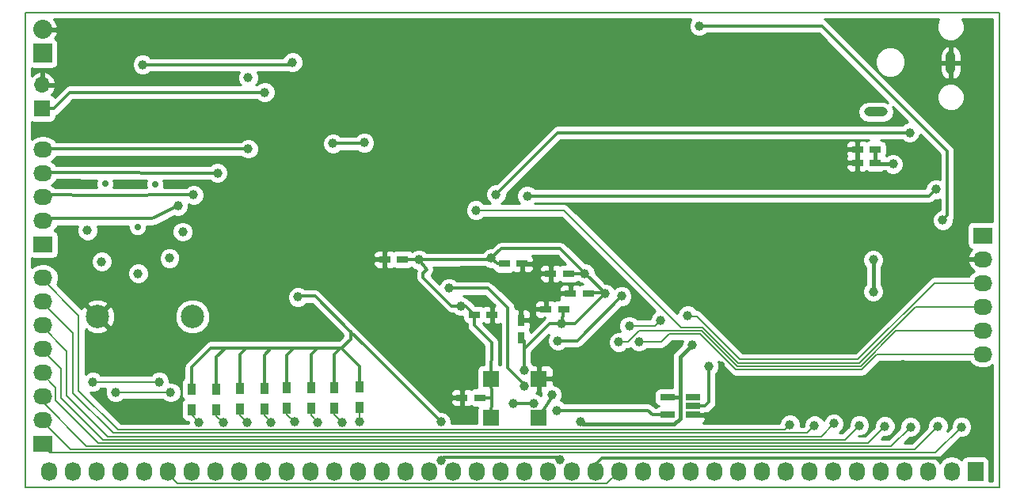
<source format=gbr>
%TF.GenerationSoftware,KiCad,Pcbnew,4.0.7*%
%TF.CreationDate,2018-08-29T22:41:10+01:00*%
%TF.ProjectId,RGBToComposite,524742546F436F6D706F736974652E6B,rev?*%
%TF.FileFunction,Copper,L2,Bot,Signal*%
%FSLAX46Y46*%
G04 Gerber Fmt 4.6, Leading zero omitted, Abs format (unit mm)*
G04 Created by KiCad (PCBNEW 4.0.7) date 08/29/18 22:41:10*
%MOMM*%
%LPD*%
G01*
G04 APERTURE LIST*
%ADD10C,0.150000*%
%ADD11C,0.700000*%
%ADD12C,2.499360*%
%ADD13C,1.000000*%
%ADD14R,1.727200X2.032000*%
%ADD15O,1.727200X2.032000*%
%ADD16R,1.200000X0.750000*%
%ADD17R,2.032000X1.727200*%
%ADD18O,2.032000X1.727200*%
%ADD19R,1.800000X1.800000*%
%ADD20R,0.750000X1.200000*%
%ADD21O,2.500000X1.000000*%
%ADD22O,1.000000X2.500000*%
%ADD23R,2.032000X2.032000*%
%ADD24O,2.032000X2.032000*%
%ADD25R,0.900000X1.200000*%
%ADD26R,1.560000X0.650000*%
%ADD27R,1.700000X1.700000*%
%ADD28O,1.700000X1.700000*%
%ADD29C,0.300000*%
%ADD30C,0.200000*%
%ADD31C,0.400000*%
%ADD32C,0.152400*%
%ADD33C,0.254000*%
G04 APERTURE END LIST*
D10*
X99060000Y-82550000D02*
X99060000Y-133350000D01*
X203200000Y-82550000D02*
X99060000Y-82550000D01*
X203200000Y-133350000D02*
X203200000Y-82550000D01*
X99060000Y-133350000D02*
X203200000Y-133350000D01*
D11*
X107620000Y-100860000D03*
X104170000Y-100860000D03*
D12*
X116950000Y-115065000D03*
X106790000Y-115065000D03*
D13*
X107230000Y-109190000D03*
X111150000Y-110470000D03*
X114490000Y-108810000D03*
X115900000Y-105990000D03*
X105730000Y-105840000D03*
D11*
X111090000Y-105470000D03*
X112960000Y-100920000D03*
X136670000Y-105215000D03*
X130520000Y-105215000D03*
X201005000Y-87225000D03*
X192930000Y-84800000D03*
X192895000Y-120065000D03*
X185005000Y-116465000D03*
X187330000Y-115265000D03*
X186880000Y-118490000D03*
X173505000Y-120215000D03*
X110140000Y-100890000D03*
X108350000Y-98410000D03*
X104945000Y-98315000D03*
X104945000Y-98315000D03*
X107495000Y-89065000D03*
X107495000Y-89065000D03*
X104770000Y-94790000D03*
X103670000Y-89140000D03*
X111220000Y-95540000D03*
X104770000Y-94790000D03*
X108320000Y-95465000D03*
X126495000Y-98440000D03*
X129620000Y-95565000D03*
X123920000Y-95365000D03*
X121345000Y-98440000D03*
X124920000Y-89765000D03*
X123995000Y-93715000D03*
X154820000Y-112390000D03*
X153745000Y-119340000D03*
X154495000Y-118540000D03*
X145070000Y-89565000D03*
X166640000Y-92665000D03*
X159390000Y-89440000D03*
X132895000Y-111540000D03*
X136870000Y-115190000D03*
X139320000Y-112965000D03*
X140645000Y-90690000D03*
X116620000Y-111640000D03*
X109220000Y-117765000D03*
X108545000Y-111715000D03*
X112895000Y-114865000D03*
X121845000Y-115765000D03*
X123345000Y-111565000D03*
X151120000Y-111640000D03*
X152245000Y-106615000D03*
X153420000Y-110665000D03*
X153545000Y-115665000D03*
X192420000Y-112840000D03*
X185370000Y-111890000D03*
X199670000Y-121990000D03*
X110595000Y-83740000D03*
X168820000Y-85530000D03*
X178545000Y-87140000D03*
X175980000Y-116890000D03*
X197720000Y-109390000D03*
X199370000Y-98590000D03*
X172120000Y-105040000D03*
X169320000Y-104980000D03*
X178040000Y-98560000D03*
X168930000Y-98440000D03*
X174470000Y-111190000D03*
X164350000Y-106210000D03*
X192570000Y-108110000D03*
X191790000Y-103580000D03*
X194580000Y-90450000D03*
X187150000Y-84080000D03*
X148840000Y-87265000D03*
X130320000Y-97340000D03*
X147770000Y-113290000D03*
X149320000Y-116390000D03*
X153190000Y-105540000D03*
X147570000Y-110700000D03*
X152570000Y-113465000D03*
X154545000Y-106490000D03*
X150445000Y-106565000D03*
X130270000Y-115840000D03*
X105045000Y-110090000D03*
D14*
X200650000Y-131640000D03*
D15*
X198110000Y-131640000D03*
X195570000Y-131640000D03*
X193030000Y-131640000D03*
X190490000Y-131640000D03*
X187950000Y-131640000D03*
X185410000Y-131640000D03*
X182870000Y-131640000D03*
X180330000Y-131640000D03*
X177790000Y-131640000D03*
X175250000Y-131640000D03*
X172710000Y-131640000D03*
X170170000Y-131640000D03*
X167630000Y-131640000D03*
X165090000Y-131640000D03*
X162550000Y-131640000D03*
X160010000Y-131640000D03*
X157470000Y-131640000D03*
X154930000Y-131640000D03*
X152390000Y-131640000D03*
X149850000Y-131640000D03*
X147310000Y-131640000D03*
X144770000Y-131640000D03*
X142230000Y-131640000D03*
X139690000Y-131640000D03*
X137150000Y-131640000D03*
X134610000Y-131640000D03*
X132070000Y-131640000D03*
X129530000Y-131640000D03*
X126990000Y-131640000D03*
X124450000Y-131640000D03*
X121910000Y-131640000D03*
X119370000Y-131640000D03*
X116830000Y-131640000D03*
X114290000Y-131640000D03*
X111750000Y-131640000D03*
X109210000Y-131640000D03*
X106670000Y-131640000D03*
X104130000Y-131640000D03*
X101590000Y-131640000D03*
D16*
X147670000Y-123740000D03*
X145770000Y-123740000D03*
X147080000Y-114860000D03*
X148980000Y-114860000D03*
X159260000Y-112600000D03*
X157360000Y-112600000D03*
X157150000Y-110460000D03*
X155250000Y-110460000D03*
X150310000Y-109420000D03*
X152210000Y-109420000D03*
X139420000Y-108940000D03*
X137520000Y-108940000D03*
D17*
X201430000Y-106380000D03*
D18*
X201430000Y-108920000D03*
X201430000Y-111460000D03*
X201430000Y-114000000D03*
X201430000Y-116540000D03*
X201430000Y-119080000D03*
D19*
X148903000Y-121731000D03*
X153983000Y-121731000D03*
X153983000Y-125922000D03*
X148903000Y-125922000D03*
D16*
X189930000Y-98600000D03*
X188030000Y-98600000D03*
X189930000Y-97190000D03*
X188030000Y-97190000D03*
D20*
X152070000Y-117340000D03*
X152070000Y-115440000D03*
D16*
X156620000Y-114290000D03*
X154720000Y-114290000D03*
D21*
X190009000Y-93160500D03*
D22*
X198010000Y-87890000D03*
D17*
X100970000Y-128690000D03*
D18*
X100970000Y-126150000D03*
X100970000Y-123610000D03*
X100970000Y-121070000D03*
X100970000Y-118530000D03*
X100970000Y-115990000D03*
X100970000Y-113450000D03*
X100970000Y-110910000D03*
D17*
X100970000Y-107340000D03*
D18*
X100970000Y-104800000D03*
X100970000Y-102260000D03*
X100970000Y-99720000D03*
X100970000Y-97180000D03*
D23*
X100920000Y-86865000D03*
D24*
X100920000Y-84325000D03*
D25*
X116845000Y-122840000D03*
X116845000Y-125040000D03*
X119520000Y-122815000D03*
X119520000Y-125015000D03*
X122020000Y-122765000D03*
X122020000Y-124965000D03*
X124620000Y-122740000D03*
X124620000Y-124940000D03*
X127020000Y-122715000D03*
X127020000Y-124915000D03*
X129620000Y-122715000D03*
X129620000Y-124915000D03*
X132145000Y-122715000D03*
X132145000Y-124915000D03*
X134795000Y-122590000D03*
X134795000Y-124790000D03*
D26*
X170420000Y-123690000D03*
X170420000Y-124640000D03*
X170420000Y-125590000D03*
X167720000Y-125590000D03*
X167720000Y-123690000D03*
D27*
X100870000Y-92790000D03*
D28*
X100870000Y-90250000D03*
D13*
X141170000Y-108990000D03*
X148910000Y-108810000D03*
X161070000Y-112600000D03*
X158890000Y-110450000D03*
X145630000Y-113950000D03*
X152420000Y-120790000D03*
X156370000Y-115840000D03*
X143520000Y-130465000D03*
X156195000Y-130415000D03*
X143495000Y-126340000D03*
X128220000Y-112965000D03*
X158470000Y-126340000D03*
X170370000Y-118090000D03*
X189740000Y-112410000D03*
X189730000Y-108997590D03*
X191860000Y-98730000D03*
X199160000Y-126870000D03*
X196660000Y-126800000D03*
X193720000Y-126890000D03*
X190960000Y-126810000D03*
X188240000Y-126710000D03*
X185520000Y-126520000D03*
X183450000Y-126730000D03*
X180810000Y-126640000D03*
X152420000Y-122490000D03*
X144390000Y-112040002D03*
X134795000Y-126315000D03*
X132970000Y-126365000D03*
X130370000Y-126365000D03*
X127845000Y-126340000D03*
X125320000Y-126365000D03*
X122770000Y-126390000D03*
X120220000Y-126390000D03*
X117645000Y-126365000D03*
X108740000Y-123190000D03*
X114610000Y-123190000D03*
X113395000Y-122065000D03*
X106295000Y-122065000D03*
X167020000Y-115440000D03*
X163645000Y-116065000D03*
X169895000Y-114940000D03*
X147260000Y-103700000D03*
X162515802Y-117784198D03*
X164679615Y-117770385D03*
X155370000Y-123440000D03*
X152750000Y-102150000D03*
X196420000Y-101460000D03*
X149400000Y-101989998D03*
X193620000Y-95390000D03*
X171130000Y-83980000D03*
X197150000Y-104740000D03*
X115395000Y-103240000D03*
X117070000Y-102040000D03*
X119645000Y-99715000D03*
X122920000Y-89490000D03*
X122920000Y-97115000D03*
X127645000Y-87865000D03*
X111620000Y-88115000D03*
X155920000Y-125090000D03*
X153420000Y-124340000D03*
X151270000Y-124340000D03*
X156020000Y-117640000D03*
X162845000Y-112890000D03*
X172120000Y-120390000D03*
X135320000Y-96465000D03*
X131970000Y-96540000D03*
X124670000Y-91065000D03*
D29*
X152420000Y-118665000D02*
X152420000Y-117690000D01*
X152420000Y-117690000D02*
X152070000Y-117340000D01*
X152420000Y-120790000D02*
X152420000Y-118665000D01*
X152420000Y-118665000D02*
X152420000Y-118540000D01*
X152420000Y-118540000D02*
X155120000Y-115840000D01*
X155120000Y-115840000D02*
X156370000Y-115840000D01*
X158890000Y-110450000D02*
X158890000Y-110410000D01*
X149930000Y-107790000D02*
X148910000Y-108810000D01*
X156270000Y-107790000D02*
X149930000Y-107790000D01*
X158890000Y-110410000D02*
X156270000Y-107790000D01*
X161070000Y-112600000D02*
X161070000Y-112615000D01*
X161070000Y-112615000D02*
X157845000Y-115840000D01*
X157845000Y-115840000D02*
X156370000Y-115840000D01*
X141170000Y-108990000D02*
X139470000Y-108990000D01*
D30*
X139470000Y-108990000D02*
X139420000Y-108940000D01*
D29*
X161036000Y-112566000D02*
X161036000Y-112522000D01*
X161070000Y-112600000D02*
X161036000Y-112566000D01*
X157150000Y-110460000D02*
X157150000Y-110660000D01*
X150310000Y-109420000D02*
X149520000Y-109420000D01*
X149520000Y-109420000D02*
X148910000Y-108810000D01*
X148754000Y-108966000D02*
X148910000Y-108810000D01*
X148754000Y-108966000D02*
X141170000Y-108990000D01*
X158890000Y-110450000D02*
X158964000Y-110450000D01*
X158964000Y-110450000D02*
X161036000Y-112522000D01*
X147880000Y-123880000D02*
X147670000Y-123740000D01*
X147670000Y-123740000D02*
X148920000Y-123740000D01*
X148903000Y-121731000D02*
X148920000Y-123740000D01*
X148920000Y-123740000D02*
X148903000Y-125922000D01*
X147080000Y-114860000D02*
X147080000Y-115990000D01*
X148920000Y-117840000D02*
X148903000Y-121731000D01*
X147080000Y-115990000D02*
X148920000Y-117840000D01*
X156370000Y-115840000D02*
X156670000Y-114340000D01*
X156670000Y-114340000D02*
X156708000Y-114302000D01*
X158890000Y-110450000D02*
X157470000Y-110450000D01*
D30*
X157470000Y-110450000D02*
X157330000Y-110590000D01*
D29*
X161036000Y-112522000D02*
X159338000Y-112522000D01*
X159338000Y-112522000D02*
X159260000Y-112600000D01*
X157490000Y-110450000D02*
X157430000Y-110510000D01*
X145630000Y-113950000D02*
X146170000Y-113950000D01*
X146170000Y-113950000D02*
X147080000Y-114860000D01*
X141170000Y-108990000D02*
X141986000Y-110054000D01*
X141600000Y-110900000D02*
X144650000Y-113950000D01*
X141986000Y-110054000D02*
X141600000Y-110440000D01*
X141600000Y-110440000D02*
X141600000Y-110640000D01*
X141600000Y-110640000D02*
X141600000Y-110900000D01*
X144650000Y-113950000D02*
X145630000Y-113950000D01*
X137520000Y-108940000D02*
X137520000Y-107740000D01*
X137520000Y-107740000D02*
X137420000Y-107640000D01*
X137520000Y-108940000D02*
X136070000Y-108940000D01*
X136070000Y-108940000D02*
X135970000Y-109040000D01*
X170420000Y-125590000D02*
X172270000Y-125590000D01*
X172270000Y-125590000D02*
X172370000Y-125690000D01*
X160010000Y-131640000D02*
X160010000Y-130900000D01*
X160010000Y-130900000D02*
X160720000Y-130190000D01*
X160720000Y-130190000D02*
X197070000Y-130190000D01*
X160010000Y-131640000D02*
X160010000Y-131487600D01*
X153537000Y-121158000D02*
X154237000Y-121858000D01*
X133795000Y-116640000D02*
X130045000Y-112890000D01*
X128295000Y-112890000D02*
X128220000Y-112965000D01*
X130045000Y-112890000D02*
X128295000Y-112890000D01*
X133845000Y-117490000D02*
X133845000Y-116690000D01*
X132870000Y-118465000D02*
X133845000Y-117490000D01*
X133845000Y-116690000D02*
X133795000Y-116640000D01*
X134795000Y-122590000D02*
X134795000Y-120390000D01*
X134795000Y-120390000D02*
X132870000Y-118465000D01*
X132870000Y-118465000D02*
X132820000Y-118415000D01*
X132145000Y-122715000D02*
X132145000Y-119090000D01*
X132145000Y-119090000D02*
X132820000Y-118415000D01*
X129620000Y-122715000D02*
X129620000Y-119140000D01*
X129620000Y-119140000D02*
X130345000Y-118415000D01*
X127020000Y-122715000D02*
X127020000Y-119190000D01*
X127020000Y-119190000D02*
X127795000Y-118415000D01*
X124620000Y-122740000D02*
X124620000Y-119165000D01*
X124620000Y-119165000D02*
X125370000Y-118415000D01*
X122020000Y-122765000D02*
X122020000Y-119115000D01*
X122020000Y-119115000D02*
X122720000Y-118415000D01*
X119520000Y-122815000D02*
X119520000Y-119365000D01*
X119520000Y-119365000D02*
X120470000Y-118415000D01*
X116845000Y-122840000D02*
X116845000Y-120490000D01*
X118920000Y-118415000D02*
X120470000Y-118415000D01*
X120470000Y-118415000D02*
X122720000Y-118415000D01*
X122720000Y-118415000D02*
X125370000Y-118415000D01*
X125370000Y-118415000D02*
X127795000Y-118415000D01*
X127795000Y-118415000D02*
X130345000Y-118415000D01*
X130345000Y-118415000D02*
X132820000Y-118415000D01*
X116845000Y-120490000D02*
X118920000Y-118415000D01*
X143520000Y-130465000D02*
X143820000Y-130165000D01*
X143820000Y-130165000D02*
X155945000Y-130165000D01*
X155945000Y-130165000D02*
X156195000Y-130415000D01*
X135470000Y-118315000D02*
X143495000Y-126340000D01*
X135470000Y-118315000D02*
X133795000Y-116640000D01*
X157470000Y-131640000D02*
X157470000Y-131534991D01*
X128220000Y-112965000D02*
X128219409Y-112889942D01*
X157470000Y-131640000D02*
X157470000Y-131459991D01*
D31*
X167720000Y-123690000D02*
X169070000Y-123690000D01*
X158470000Y-126340000D02*
X158720000Y-126590000D01*
X158720000Y-126590000D02*
X168420000Y-126590000D01*
X168420000Y-126590000D02*
X169070000Y-125940000D01*
X169070000Y-125940000D02*
X169070000Y-123690000D01*
X169070000Y-119390000D02*
X170370000Y-118090000D01*
X169070000Y-123690000D02*
X169070000Y-119390000D01*
D29*
X157480000Y-131630000D02*
X157470000Y-131640000D01*
D31*
X189740000Y-112410000D02*
X189740000Y-109007590D01*
X189740000Y-109007590D02*
X189730000Y-108997590D01*
X189960000Y-98680000D02*
X189960000Y-97400000D01*
D29*
X189960000Y-97400000D02*
X189990000Y-97370000D01*
D31*
X191860000Y-98730000D02*
X191810000Y-98680000D01*
X191810000Y-98680000D02*
X189960000Y-98680000D01*
D30*
X109195000Y-129657589D02*
X101737589Y-129657589D01*
X101737589Y-129657589D02*
X100745000Y-128665000D01*
X196372411Y-129657589D02*
X199160000Y-126870000D01*
X109163589Y-129657589D02*
X109195000Y-129657589D01*
X109195000Y-129657589D02*
X196372411Y-129657589D01*
X109470000Y-129305178D02*
X103925178Y-129305178D01*
X103925178Y-129305178D02*
X100745000Y-126125000D01*
X109451750Y-129305178D02*
X109470000Y-129305178D01*
X109470000Y-129305178D02*
X194154822Y-129305178D01*
X194154822Y-129305178D02*
X196660000Y-126800000D01*
X106120000Y-128952767D02*
X105632767Y-128952767D01*
X105632767Y-128952767D02*
X100745000Y-124065000D01*
X100745000Y-124065000D02*
X100745000Y-123585000D01*
X109645000Y-128952767D02*
X106120000Y-128952767D01*
X106120000Y-128952767D02*
X106112767Y-128952767D01*
X109597722Y-128952767D02*
X109645000Y-128952767D01*
X109645000Y-128952767D02*
X191657233Y-128952767D01*
X191657233Y-128952767D02*
X193720000Y-126890000D01*
X108320000Y-128600356D02*
X106880356Y-128600356D01*
X102345000Y-122645000D02*
X100745000Y-121045000D01*
X102345000Y-124065000D02*
X102345000Y-122645000D01*
X106880356Y-128600356D02*
X102345000Y-124065000D01*
X109820000Y-128600356D02*
X108320000Y-128600356D01*
X108320000Y-128600356D02*
X108300356Y-128600356D01*
X109743694Y-128600356D02*
X109820000Y-128600356D01*
X109820000Y-128600356D02*
X189169644Y-128600356D01*
X189169644Y-128600356D02*
X190960000Y-126810000D01*
X109877945Y-128247945D02*
X107402945Y-128247945D01*
X109920000Y-128247945D02*
X109877945Y-128247945D01*
X102920000Y-120680000D02*
X100745000Y-118505000D01*
X102920000Y-123765000D02*
X102920000Y-120680000D01*
X107402945Y-128247945D02*
X102920000Y-123765000D01*
X100745000Y-119115000D02*
X100745000Y-118505000D01*
X109889666Y-128247945D02*
X109920000Y-128247945D01*
X109920000Y-128247945D02*
X186702055Y-128247945D01*
X186702055Y-128247945D02*
X188240000Y-126710000D01*
X110070000Y-127895534D02*
X107900534Y-127895534D01*
X103520000Y-118740000D02*
X100745000Y-115965000D01*
X103520000Y-123515000D02*
X103520000Y-118740000D01*
X107900534Y-127895534D02*
X103520000Y-123515000D01*
X184144466Y-127895534D02*
X185520000Y-126520000D01*
X110035638Y-127895534D02*
X110070000Y-127895534D01*
X110070000Y-127895534D02*
X184144466Y-127895534D01*
X110245000Y-127543123D02*
X108448123Y-127543123D01*
X104170000Y-116850000D02*
X100745000Y-113425000D01*
X104170000Y-123265000D02*
X104170000Y-116850000D01*
X108448123Y-127543123D02*
X104170000Y-123265000D01*
X110181611Y-127543123D02*
X110245000Y-127543123D01*
X110245000Y-127543123D02*
X182636877Y-127543123D01*
X182636877Y-127543123D02*
X183450000Y-126730000D01*
X110670000Y-127180000D02*
X108985000Y-127180000D01*
X104795000Y-114935000D02*
X100745000Y-110885000D01*
X104795000Y-122990000D02*
X104795000Y-114935000D01*
X108985000Y-127180000D02*
X104795000Y-122990000D01*
X180270000Y-127180000D02*
X180810000Y-126640000D01*
X110520000Y-127180000D02*
X110670000Y-127180000D01*
X110670000Y-127180000D02*
X180270000Y-127180000D01*
X100745000Y-110885000D02*
X100897400Y-110885000D01*
X114290000Y-131640000D02*
X114290000Y-131850000D01*
X114290000Y-131850000D02*
X115380000Y-132940000D01*
X115380000Y-132940000D02*
X161250000Y-132940000D01*
X161250000Y-132940000D02*
X162550000Y-131640000D01*
D32*
X114290000Y-131640000D02*
X114290000Y-131660000D01*
D29*
X148490002Y-112040002D02*
X144390000Y-112040002D01*
X150670000Y-120590000D02*
X150670000Y-114090000D01*
X150670000Y-114090000D02*
X148490002Y-112040002D01*
X152420000Y-122350000D02*
X150670000Y-120590000D01*
X152420000Y-122490000D02*
X152420000Y-122350000D01*
D30*
X134795000Y-124790000D02*
X134795000Y-126315000D01*
X132145000Y-124915000D02*
X132145000Y-125540000D01*
X132145000Y-125540000D02*
X132970000Y-126365000D01*
X129620000Y-124915000D02*
X129620000Y-125615000D01*
X129620000Y-125615000D02*
X130370000Y-126365000D01*
X127020000Y-124915000D02*
X127020000Y-125515000D01*
X127020000Y-125515000D02*
X127845000Y-126340000D01*
X124620000Y-124940000D02*
X124620000Y-125665000D01*
X124620000Y-125665000D02*
X125320000Y-126365000D01*
X122020000Y-124965000D02*
X122020000Y-125640000D01*
X122020000Y-125640000D02*
X122770000Y-126390000D01*
X119520000Y-125015000D02*
X119520000Y-125690000D01*
X119520000Y-125690000D02*
X120220000Y-126390000D01*
X116845000Y-125040000D02*
X116845000Y-125565000D01*
X116845000Y-125565000D02*
X117645000Y-126365000D01*
X108740000Y-123190000D02*
X114610000Y-123190000D01*
X113395000Y-122065000D02*
X106295000Y-122065000D01*
X166395000Y-116065000D02*
X167020000Y-115440000D01*
X163645000Y-116065000D02*
X166395000Y-116065000D01*
X163658283Y-116065000D02*
X163645000Y-116065000D01*
X170882392Y-115052500D02*
X170007500Y-115052500D01*
X170007500Y-115052500D02*
X169895000Y-114940000D01*
X196256000Y-111506000D02*
X201384000Y-111506000D01*
X201384000Y-111506000D02*
X201430000Y-111460000D01*
X196256000Y-111506000D02*
X188092000Y-119670000D01*
X188092000Y-119670000D02*
X175459998Y-119670000D01*
X169925000Y-114910000D02*
X169895000Y-114940000D01*
X175459998Y-119670000D02*
X170882392Y-115052500D01*
X170882392Y-115052500D02*
X170870000Y-115040000D01*
X194214384Y-114046000D02*
X201384000Y-114046000D01*
X201384000Y-114046000D02*
X201430000Y-114000000D01*
X171504025Y-116212411D02*
X169192411Y-116212411D01*
X169192411Y-116212411D02*
X156680000Y-103700000D01*
X194214384Y-114046000D02*
X188237973Y-120022411D01*
X175314024Y-120022410D02*
X171504025Y-116212411D01*
X188237973Y-120022411D02*
X175314024Y-120022410D01*
X156680000Y-103700000D02*
X147260000Y-103700000D01*
X162515802Y-117784198D02*
X163475802Y-117784198D01*
X164695178Y-116564822D02*
X169046438Y-116564822D01*
X163475802Y-117784198D02*
X164695178Y-116564822D01*
X201384000Y-116586000D02*
X192172768Y-116586000D01*
X171358052Y-116564822D02*
X169046438Y-116564822D01*
X175168050Y-120374820D02*
X171358052Y-116564822D01*
X188383945Y-120374821D02*
X175168050Y-120374820D01*
X192172768Y-116586000D02*
X188383945Y-120374821D01*
X169046438Y-116564822D02*
X166386794Y-116564820D01*
X201384000Y-116586000D02*
X201430000Y-116540000D01*
X201384000Y-119126000D02*
X190131151Y-119126000D01*
X167078921Y-117770385D02*
X164679615Y-117770385D01*
X175022076Y-120727230D02*
X171212079Y-116917233D01*
X167932076Y-116917232D02*
X167078921Y-117770385D01*
X171212079Y-116917233D02*
X167932076Y-116917232D01*
X190131151Y-119126000D02*
X188529917Y-120727231D01*
X188529917Y-120727231D02*
X175022076Y-120727230D01*
X201384000Y-119126000D02*
X201430000Y-119080000D01*
D29*
X153983000Y-125922000D02*
X155433000Y-123503000D01*
X155433000Y-123503000D02*
X155370000Y-123440000D01*
X152750000Y-102150000D02*
X195730000Y-102150000D01*
X195730000Y-102150000D02*
X196420000Y-101460000D01*
X155999998Y-95390000D02*
X149400000Y-101989998D01*
X193620000Y-95390000D02*
X155999998Y-95390000D01*
X184240000Y-83980000D02*
X197649999Y-97389999D01*
X197649999Y-104240001D02*
X197150000Y-104740000D01*
X171130000Y-83980000D02*
X184240000Y-83980000D01*
X197649999Y-97389999D02*
X197649999Y-104240001D01*
X100901000Y-104594000D02*
X112670000Y-104590000D01*
X112670000Y-104590000D02*
X115395000Y-103240000D01*
D30*
X100901000Y-104594000D02*
X100745000Y-104750000D01*
D29*
X100901000Y-102054000D02*
X107270000Y-102065000D01*
X107270000Y-102065000D02*
X117070000Y-102040000D01*
D30*
X100901000Y-102054000D02*
X100745000Y-102210000D01*
D29*
X103220000Y-99665000D02*
X100745000Y-99670000D01*
X103220000Y-99665000D02*
X119645000Y-99715000D01*
D30*
X100901000Y-99514000D02*
X100745000Y-99670000D01*
D29*
X100745000Y-97130000D02*
X122905000Y-97130000D01*
X122905000Y-97130000D02*
X122920000Y-97115000D01*
D30*
X100901000Y-96974000D02*
X100745000Y-97130000D01*
D29*
X127645000Y-87865000D02*
X127395000Y-88115000D01*
X127395000Y-88115000D02*
X111620000Y-88115000D01*
X167720000Y-125590000D02*
X166120000Y-125590000D01*
X153420000Y-124340000D02*
X151270000Y-124340000D01*
X165620000Y-125090000D02*
X155920000Y-125090000D01*
X166120000Y-125590000D02*
X165620000Y-125090000D01*
X158095000Y-117640000D02*
X156020000Y-117640000D01*
X162845000Y-112890000D02*
X158095000Y-117640000D01*
X171770000Y-124640000D02*
X170420000Y-124640000D01*
X172170000Y-124240000D02*
X171770000Y-124640000D01*
X172170000Y-120440000D02*
X172170000Y-124240000D01*
X172120000Y-120390000D02*
X172170000Y-120440000D01*
X135320000Y-96465000D02*
X135245000Y-96540000D01*
X135245000Y-96540000D02*
X131970000Y-96540000D01*
X102145000Y-92790000D02*
X100695000Y-92790000D01*
X103870000Y-91065000D02*
X102145000Y-92790000D01*
X124670000Y-91065000D02*
X103870000Y-91065000D01*
D33*
G36*
X200185585Y-120139670D02*
X200671766Y-120464526D01*
X201245255Y-120578600D01*
X201614745Y-120578600D01*
X202188234Y-120464526D01*
X202490000Y-120262892D01*
X202490000Y-132640000D01*
X202161040Y-132640000D01*
X202161040Y-130624000D01*
X202116762Y-130388683D01*
X201977690Y-130172559D01*
X201765490Y-130027569D01*
X201513600Y-129976560D01*
X199786400Y-129976560D01*
X199551083Y-130020838D01*
X199334959Y-130159910D01*
X199189969Y-130372110D01*
X199181600Y-130413439D01*
X199169670Y-130395585D01*
X198683489Y-130070729D01*
X198110000Y-129956655D01*
X197536511Y-130070729D01*
X197050330Y-130395585D01*
X196840000Y-130710366D01*
X196629670Y-130395585D01*
X196567199Y-130353843D01*
X196653683Y-130336640D01*
X196892134Y-130177312D01*
X199064529Y-128004918D01*
X199384775Y-128005197D01*
X199802086Y-127832767D01*
X200121645Y-127513765D01*
X200294803Y-127096756D01*
X200295197Y-126645225D01*
X200122767Y-126227914D01*
X199803765Y-125908355D01*
X199386756Y-125735197D01*
X198935225Y-125734803D01*
X198517914Y-125907233D01*
X198198355Y-126226235D01*
X198025197Y-126643244D01*
X198024916Y-126965638D01*
X197674801Y-127315753D01*
X197794803Y-127026756D01*
X197795197Y-126575225D01*
X197622767Y-126157914D01*
X197303765Y-125838355D01*
X196886756Y-125665197D01*
X196435225Y-125664803D01*
X196017914Y-125837233D01*
X195698355Y-126156235D01*
X195525197Y-126573244D01*
X195524916Y-126895638D01*
X193850376Y-128570178D01*
X193079268Y-128570178D01*
X193624529Y-128024918D01*
X193944775Y-128025197D01*
X194362086Y-127852767D01*
X194681645Y-127533765D01*
X194854803Y-127116756D01*
X194855197Y-126665225D01*
X194682767Y-126247914D01*
X194363765Y-125928355D01*
X193946756Y-125755197D01*
X193495225Y-125754803D01*
X193077914Y-125927233D01*
X192758355Y-126246235D01*
X192585197Y-126663244D01*
X192584916Y-126985638D01*
X191352787Y-128217767D01*
X190591680Y-128217767D01*
X190864529Y-127944918D01*
X191184775Y-127945197D01*
X191602086Y-127772767D01*
X191921645Y-127453765D01*
X192094803Y-127036756D01*
X192095197Y-126585225D01*
X191922767Y-126167914D01*
X191603765Y-125848355D01*
X191186756Y-125675197D01*
X190735225Y-125674803D01*
X190317914Y-125847233D01*
X189998355Y-126166235D01*
X189825197Y-126583244D01*
X189824916Y-126905638D01*
X188865198Y-127865356D01*
X188124091Y-127865356D01*
X188144529Y-127844918D01*
X188464775Y-127845197D01*
X188882086Y-127672767D01*
X189201645Y-127353765D01*
X189374803Y-126936756D01*
X189375197Y-126485225D01*
X189202767Y-126067914D01*
X188883765Y-125748355D01*
X188466756Y-125575197D01*
X188015225Y-125574803D01*
X187597914Y-125747233D01*
X187278355Y-126066235D01*
X187105197Y-126483244D01*
X187104916Y-126805638D01*
X186397609Y-127512945D01*
X186089050Y-127512945D01*
X186162086Y-127482767D01*
X186481645Y-127163765D01*
X186654803Y-126746756D01*
X186655197Y-126295225D01*
X186482767Y-125877914D01*
X186163765Y-125558355D01*
X185746756Y-125385197D01*
X185295225Y-125384803D01*
X184877914Y-125557233D01*
X184558355Y-125876235D01*
X184441541Y-126157553D01*
X184412767Y-126087914D01*
X184093765Y-125768355D01*
X183676756Y-125595197D01*
X183225225Y-125594803D01*
X182807914Y-125767233D01*
X182488355Y-126086235D01*
X182315197Y-126503244D01*
X182314931Y-126808123D01*
X181944854Y-126808123D01*
X181945197Y-126415225D01*
X181772767Y-125997914D01*
X181453765Y-125678355D01*
X181036756Y-125505197D01*
X180585225Y-125504803D01*
X180167914Y-125677233D01*
X179848355Y-125996235D01*
X179675197Y-126413244D01*
X179675169Y-126445000D01*
X171568025Y-126445000D01*
X171738327Y-126274699D01*
X171835000Y-126041310D01*
X171835000Y-125875750D01*
X171676250Y-125717000D01*
X170547000Y-125717000D01*
X170547000Y-125737000D01*
X170293000Y-125737000D01*
X170293000Y-125717000D01*
X170273000Y-125717000D01*
X170273000Y-125612440D01*
X171200000Y-125612440D01*
X171435317Y-125568162D01*
X171598743Y-125463000D01*
X171676250Y-125463000D01*
X171714250Y-125425000D01*
X171770000Y-125425000D01*
X172070407Y-125365245D01*
X172325079Y-125195079D01*
X172725079Y-124795079D01*
X172819794Y-124653327D01*
X172895245Y-124540406D01*
X172955000Y-124240000D01*
X172955000Y-121160189D01*
X173081645Y-121033765D01*
X173254803Y-120616756D01*
X173255197Y-120165225D01*
X173138713Y-119883314D01*
X174502352Y-121246953D01*
X174740803Y-121406281D01*
X174784632Y-121414999D01*
X175022076Y-121462230D01*
X188529917Y-121462231D01*
X188811189Y-121406282D01*
X188840289Y-121386838D01*
X189049640Y-121246955D01*
X190435598Y-119861000D01*
X199999384Y-119861000D01*
X200185585Y-120139670D01*
X200185585Y-120139670D01*
G37*
X200185585Y-120139670D02*
X200671766Y-120464526D01*
X201245255Y-120578600D01*
X201614745Y-120578600D01*
X202188234Y-120464526D01*
X202490000Y-120262892D01*
X202490000Y-132640000D01*
X202161040Y-132640000D01*
X202161040Y-130624000D01*
X202116762Y-130388683D01*
X201977690Y-130172559D01*
X201765490Y-130027569D01*
X201513600Y-129976560D01*
X199786400Y-129976560D01*
X199551083Y-130020838D01*
X199334959Y-130159910D01*
X199189969Y-130372110D01*
X199181600Y-130413439D01*
X199169670Y-130395585D01*
X198683489Y-130070729D01*
X198110000Y-129956655D01*
X197536511Y-130070729D01*
X197050330Y-130395585D01*
X196840000Y-130710366D01*
X196629670Y-130395585D01*
X196567199Y-130353843D01*
X196653683Y-130336640D01*
X196892134Y-130177312D01*
X199064529Y-128004918D01*
X199384775Y-128005197D01*
X199802086Y-127832767D01*
X200121645Y-127513765D01*
X200294803Y-127096756D01*
X200295197Y-126645225D01*
X200122767Y-126227914D01*
X199803765Y-125908355D01*
X199386756Y-125735197D01*
X198935225Y-125734803D01*
X198517914Y-125907233D01*
X198198355Y-126226235D01*
X198025197Y-126643244D01*
X198024916Y-126965638D01*
X197674801Y-127315753D01*
X197794803Y-127026756D01*
X197795197Y-126575225D01*
X197622767Y-126157914D01*
X197303765Y-125838355D01*
X196886756Y-125665197D01*
X196435225Y-125664803D01*
X196017914Y-125837233D01*
X195698355Y-126156235D01*
X195525197Y-126573244D01*
X195524916Y-126895638D01*
X193850376Y-128570178D01*
X193079268Y-128570178D01*
X193624529Y-128024918D01*
X193944775Y-128025197D01*
X194362086Y-127852767D01*
X194681645Y-127533765D01*
X194854803Y-127116756D01*
X194855197Y-126665225D01*
X194682767Y-126247914D01*
X194363765Y-125928355D01*
X193946756Y-125755197D01*
X193495225Y-125754803D01*
X193077914Y-125927233D01*
X192758355Y-126246235D01*
X192585197Y-126663244D01*
X192584916Y-126985638D01*
X191352787Y-128217767D01*
X190591680Y-128217767D01*
X190864529Y-127944918D01*
X191184775Y-127945197D01*
X191602086Y-127772767D01*
X191921645Y-127453765D01*
X192094803Y-127036756D01*
X192095197Y-126585225D01*
X191922767Y-126167914D01*
X191603765Y-125848355D01*
X191186756Y-125675197D01*
X190735225Y-125674803D01*
X190317914Y-125847233D01*
X189998355Y-126166235D01*
X189825197Y-126583244D01*
X189824916Y-126905638D01*
X188865198Y-127865356D01*
X188124091Y-127865356D01*
X188144529Y-127844918D01*
X188464775Y-127845197D01*
X188882086Y-127672767D01*
X189201645Y-127353765D01*
X189374803Y-126936756D01*
X189375197Y-126485225D01*
X189202767Y-126067914D01*
X188883765Y-125748355D01*
X188466756Y-125575197D01*
X188015225Y-125574803D01*
X187597914Y-125747233D01*
X187278355Y-126066235D01*
X187105197Y-126483244D01*
X187104916Y-126805638D01*
X186397609Y-127512945D01*
X186089050Y-127512945D01*
X186162086Y-127482767D01*
X186481645Y-127163765D01*
X186654803Y-126746756D01*
X186655197Y-126295225D01*
X186482767Y-125877914D01*
X186163765Y-125558355D01*
X185746756Y-125385197D01*
X185295225Y-125384803D01*
X184877914Y-125557233D01*
X184558355Y-125876235D01*
X184441541Y-126157553D01*
X184412767Y-126087914D01*
X184093765Y-125768355D01*
X183676756Y-125595197D01*
X183225225Y-125594803D01*
X182807914Y-125767233D01*
X182488355Y-126086235D01*
X182315197Y-126503244D01*
X182314931Y-126808123D01*
X181944854Y-126808123D01*
X181945197Y-126415225D01*
X181772767Y-125997914D01*
X181453765Y-125678355D01*
X181036756Y-125505197D01*
X180585225Y-125504803D01*
X180167914Y-125677233D01*
X179848355Y-125996235D01*
X179675197Y-126413244D01*
X179675169Y-126445000D01*
X171568025Y-126445000D01*
X171738327Y-126274699D01*
X171835000Y-126041310D01*
X171835000Y-125875750D01*
X171676250Y-125717000D01*
X170547000Y-125717000D01*
X170547000Y-125737000D01*
X170293000Y-125737000D01*
X170293000Y-125717000D01*
X170273000Y-125717000D01*
X170273000Y-125612440D01*
X171200000Y-125612440D01*
X171435317Y-125568162D01*
X171598743Y-125463000D01*
X171676250Y-125463000D01*
X171714250Y-125425000D01*
X171770000Y-125425000D01*
X172070407Y-125365245D01*
X172325079Y-125195079D01*
X172725079Y-124795079D01*
X172819794Y-124653327D01*
X172895245Y-124540406D01*
X172955000Y-124240000D01*
X172955000Y-121160189D01*
X173081645Y-121033765D01*
X173254803Y-120616756D01*
X173255197Y-120165225D01*
X173138713Y-119883314D01*
X174502352Y-121246953D01*
X174740803Y-121406281D01*
X174784632Y-121414999D01*
X175022076Y-121462230D01*
X188529917Y-121462231D01*
X188811189Y-121406282D01*
X188840289Y-121386838D01*
X189049640Y-121246955D01*
X190435598Y-119861000D01*
X199999384Y-119861000D01*
X200185585Y-120139670D01*
G36*
X160137000Y-131513000D02*
X160157000Y-131513000D01*
X160157000Y-131767000D01*
X160137000Y-131767000D01*
X160137000Y-131787000D01*
X159883000Y-131787000D01*
X159883000Y-131767000D01*
X159863000Y-131767000D01*
X159863000Y-131513000D01*
X159883000Y-131513000D01*
X159883000Y-131493000D01*
X160137000Y-131493000D01*
X160137000Y-131513000D01*
X160137000Y-131513000D01*
G37*
X160137000Y-131513000D02*
X160157000Y-131513000D01*
X160157000Y-131767000D01*
X160137000Y-131767000D01*
X160137000Y-131787000D01*
X159883000Y-131787000D01*
X159883000Y-131767000D01*
X159863000Y-131767000D01*
X159863000Y-131513000D01*
X159883000Y-131513000D01*
X159883000Y-131493000D01*
X160137000Y-131493000D01*
X160137000Y-131513000D01*
G36*
X170168355Y-83336235D02*
X169995197Y-83753244D01*
X169994803Y-84204775D01*
X170167233Y-84622086D01*
X170486235Y-84941645D01*
X170903244Y-85114803D01*
X171354775Y-85115197D01*
X171772086Y-84942767D01*
X171950163Y-84765000D01*
X183914842Y-84765000D01*
X191325099Y-92175256D01*
X191230275Y-92111897D01*
X190795929Y-92025500D01*
X189222071Y-92025500D01*
X188787725Y-92111897D01*
X188419505Y-92357934D01*
X188173468Y-92726154D01*
X188087071Y-93160500D01*
X188173468Y-93594846D01*
X188419505Y-93963066D01*
X188787725Y-94209103D01*
X189222071Y-94295500D01*
X190795929Y-94295500D01*
X191230275Y-94209103D01*
X191598495Y-93963066D01*
X191844532Y-93594846D01*
X191930929Y-93160500D01*
X191844532Y-92726154D01*
X191781172Y-92631330D01*
X193404654Y-94254811D01*
X193395225Y-94254803D01*
X192977914Y-94427233D01*
X192799837Y-94605000D01*
X155999998Y-94605000D01*
X155699592Y-94664755D01*
X155444919Y-94834921D01*
X149424821Y-100855019D01*
X149175225Y-100854801D01*
X148757914Y-101027231D01*
X148438355Y-101346233D01*
X148265197Y-101763242D01*
X148264803Y-102214773D01*
X148437233Y-102632084D01*
X148756235Y-102951643D01*
X148788402Y-102965000D01*
X148130015Y-102965000D01*
X147903765Y-102738355D01*
X147486756Y-102565197D01*
X147035225Y-102564803D01*
X146617914Y-102737233D01*
X146298355Y-103056235D01*
X146125197Y-103473244D01*
X146124803Y-103924775D01*
X146297233Y-104342086D01*
X146616235Y-104661645D01*
X147033244Y-104834803D01*
X147484775Y-104835197D01*
X147902086Y-104662767D01*
X148130251Y-104435000D01*
X156375554Y-104435000D01*
X166406128Y-114465575D01*
X166377914Y-114477233D01*
X166058355Y-114796235D01*
X165885197Y-115213244D01*
X165885095Y-115330000D01*
X164515015Y-115330000D01*
X164288765Y-115103355D01*
X163871756Y-114930197D01*
X163420225Y-114929803D01*
X163002914Y-115102233D01*
X162683355Y-115421235D01*
X162510197Y-115838244D01*
X162509803Y-116289775D01*
X162658365Y-116649322D01*
X162291027Y-116649001D01*
X161873716Y-116821431D01*
X161554157Y-117140433D01*
X161380999Y-117557442D01*
X161380605Y-118008973D01*
X161553035Y-118426284D01*
X161872037Y-118745843D01*
X162289046Y-118919001D01*
X162740577Y-118919395D01*
X163157888Y-118746965D01*
X163386053Y-118519198D01*
X163475802Y-118519198D01*
X163757074Y-118463249D01*
X163763351Y-118459055D01*
X164035850Y-118732030D01*
X164452859Y-118905188D01*
X164904390Y-118905582D01*
X165321701Y-118733152D01*
X165549866Y-118505385D01*
X167078921Y-118505385D01*
X167360193Y-118449436D01*
X167487168Y-118364594D01*
X167598644Y-118290109D01*
X168236522Y-117652232D01*
X169322817Y-117652232D01*
X169235197Y-117863244D01*
X169235039Y-118044093D01*
X168479566Y-118799566D01*
X168298561Y-119070459D01*
X168235000Y-119390000D01*
X168235000Y-122717560D01*
X166940000Y-122717560D01*
X166704683Y-122761838D01*
X166488559Y-122900910D01*
X166343569Y-123113110D01*
X166292560Y-123365000D01*
X166292560Y-124015000D01*
X166336838Y-124250317D01*
X166475910Y-124466441D01*
X166688110Y-124611431D01*
X166825120Y-124639176D01*
X166704683Y-124661838D01*
X166488559Y-124800910D01*
X166485764Y-124805000D01*
X166445158Y-124805000D01*
X166175079Y-124534921D01*
X165920407Y-124364755D01*
X165620000Y-124305000D01*
X156740102Y-124305000D01*
X156563765Y-124128355D01*
X156349989Y-124039587D01*
X156504803Y-123666756D01*
X156505197Y-123215225D01*
X156332767Y-122797914D01*
X156013765Y-122478355D01*
X155596756Y-122305197D01*
X155518000Y-122305128D01*
X155518000Y-122016750D01*
X155359250Y-121858000D01*
X154110000Y-121858000D01*
X154110000Y-123107250D01*
X154235180Y-123232430D01*
X154234903Y-123549792D01*
X154063765Y-123378355D01*
X153725398Y-123237852D01*
X153856000Y-123107250D01*
X153856000Y-121858000D01*
X153836000Y-121858000D01*
X153836000Y-121604000D01*
X153856000Y-121604000D01*
X153856000Y-120354750D01*
X154110000Y-120354750D01*
X154110000Y-121604000D01*
X155359250Y-121604000D01*
X155518000Y-121445250D01*
X155518000Y-120704690D01*
X155421327Y-120471301D01*
X155242698Y-120292673D01*
X155009309Y-120196000D01*
X154268750Y-120196000D01*
X154110000Y-120354750D01*
X153856000Y-120354750D01*
X153697250Y-120196000D01*
X153402636Y-120196000D01*
X153382767Y-120147914D01*
X153205000Y-119969837D01*
X153205000Y-118865158D01*
X155047300Y-117022858D01*
X154885197Y-117413244D01*
X154884803Y-117864775D01*
X155057233Y-118282086D01*
X155376235Y-118601645D01*
X155793244Y-118774803D01*
X156244775Y-118775197D01*
X156662086Y-118602767D01*
X156840163Y-118425000D01*
X158095000Y-118425000D01*
X158395407Y-118365245D01*
X158650079Y-118195079D01*
X162820179Y-114024979D01*
X163069775Y-114025197D01*
X163487086Y-113852767D01*
X163806645Y-113533765D01*
X163979803Y-113116756D01*
X163980197Y-112665225D01*
X163807767Y-112247914D01*
X163488765Y-111928355D01*
X163071756Y-111755197D01*
X162620225Y-111754803D01*
X162202914Y-111927233D01*
X162073478Y-112056443D01*
X162032767Y-111957914D01*
X161713765Y-111638355D01*
X161296756Y-111465197D01*
X161089173Y-111465016D01*
X160025044Y-110400886D01*
X160025197Y-110225225D01*
X159852767Y-109807914D01*
X159533765Y-109488355D01*
X159116756Y-109315197D01*
X158905170Y-109315012D01*
X156825079Y-107234921D01*
X156570407Y-107064755D01*
X156270000Y-107005000D01*
X149930000Y-107005000D01*
X149629594Y-107064755D01*
X149374921Y-107234921D01*
X148934821Y-107675021D01*
X148685225Y-107674803D01*
X148267914Y-107847233D01*
X147948355Y-108166235D01*
X147941158Y-108183568D01*
X141987516Y-108202409D01*
X141813765Y-108028355D01*
X141396756Y-107855197D01*
X140945225Y-107854803D01*
X140527914Y-108027233D01*
X140458769Y-108096258D01*
X140271890Y-107968569D01*
X140020000Y-107917560D01*
X138820000Y-107917560D01*
X138584683Y-107961838D01*
X138481354Y-108028329D01*
X138479698Y-108026673D01*
X138246309Y-107930000D01*
X137805750Y-107930000D01*
X137647000Y-108088750D01*
X137647000Y-108813000D01*
X137667000Y-108813000D01*
X137667000Y-109067000D01*
X137647000Y-109067000D01*
X137647000Y-109791250D01*
X137805750Y-109950000D01*
X138246309Y-109950000D01*
X138479698Y-109853327D01*
X138481068Y-109851957D01*
X138568110Y-109911431D01*
X138820000Y-109962440D01*
X140020000Y-109962440D01*
X140255317Y-109918162D01*
X140399922Y-109825111D01*
X140526235Y-109951645D01*
X140897366Y-110105753D01*
X140874755Y-110139593D01*
X140832026Y-110354407D01*
X140815000Y-110440000D01*
X140815000Y-110900000D01*
X140874755Y-111200407D01*
X141044921Y-111455079D01*
X144094921Y-114505079D01*
X144349593Y-114675245D01*
X144650000Y-114735000D01*
X144809898Y-114735000D01*
X144986235Y-114911645D01*
X145403244Y-115084803D01*
X145832560Y-115085178D01*
X145832560Y-115235000D01*
X145876838Y-115470317D01*
X146015910Y-115686441D01*
X146228110Y-115831431D01*
X146295000Y-115844977D01*
X146295000Y-115990000D01*
X146324688Y-116139250D01*
X146353944Y-116288440D01*
X146354543Y-116289342D01*
X146354755Y-116290406D01*
X146439267Y-116416888D01*
X146523419Y-116543573D01*
X148133583Y-118162488D01*
X148124753Y-120183560D01*
X148003000Y-120183560D01*
X147767683Y-120227838D01*
X147551559Y-120366910D01*
X147406569Y-120579110D01*
X147355560Y-120831000D01*
X147355560Y-122631000D01*
X147371847Y-122717560D01*
X147070000Y-122717560D01*
X146834683Y-122761838D01*
X146731354Y-122828329D01*
X146729698Y-122826673D01*
X146496309Y-122730000D01*
X146055750Y-122730000D01*
X145897000Y-122888750D01*
X145897000Y-123613000D01*
X145917000Y-123613000D01*
X145917000Y-123867000D01*
X145897000Y-123867000D01*
X145897000Y-124591250D01*
X146055750Y-124750000D01*
X146496309Y-124750000D01*
X146729698Y-124653327D01*
X146731068Y-124651957D01*
X146818110Y-124711431D01*
X147070000Y-124762440D01*
X147411810Y-124762440D01*
X147406569Y-124770110D01*
X147355560Y-125022000D01*
X147355560Y-126445000D01*
X144629909Y-126445000D01*
X144630197Y-126115225D01*
X144457767Y-125697914D01*
X144138765Y-125378355D01*
X143721756Y-125205197D01*
X143470135Y-125204977D01*
X142290908Y-124025750D01*
X144535000Y-124025750D01*
X144535000Y-124241310D01*
X144631673Y-124474699D01*
X144810302Y-124653327D01*
X145043691Y-124750000D01*
X145484250Y-124750000D01*
X145643000Y-124591250D01*
X145643000Y-123867000D01*
X144693750Y-123867000D01*
X144535000Y-124025750D01*
X142290908Y-124025750D01*
X141503848Y-123238690D01*
X144535000Y-123238690D01*
X144535000Y-123454250D01*
X144693750Y-123613000D01*
X145643000Y-123613000D01*
X145643000Y-122888750D01*
X145484250Y-122730000D01*
X145043691Y-122730000D01*
X144810302Y-122826673D01*
X144631673Y-123005301D01*
X144535000Y-123238690D01*
X141503848Y-123238690D01*
X130600079Y-112334921D01*
X130345407Y-112164755D01*
X130045000Y-112105000D01*
X128965233Y-112105000D01*
X128863765Y-112003355D01*
X128446756Y-111830197D01*
X127995225Y-111829803D01*
X127577914Y-112002233D01*
X127258355Y-112321235D01*
X127085197Y-112738244D01*
X127084803Y-113189775D01*
X127257233Y-113607086D01*
X127576235Y-113926645D01*
X127993244Y-114099803D01*
X128444775Y-114100197D01*
X128862086Y-113927767D01*
X129115294Y-113675000D01*
X129719842Y-113675000D01*
X133060000Y-117015158D01*
X133060000Y-117164842D01*
X132594842Y-117630000D01*
X127795005Y-117630000D01*
X127795000Y-117629999D01*
X127794995Y-117630000D01*
X118920000Y-117630000D01*
X118619593Y-117689755D01*
X118364921Y-117859921D01*
X116289921Y-119934921D01*
X116119755Y-120189593D01*
X116099251Y-120292673D01*
X116060000Y-120490000D01*
X116060000Y-121700982D01*
X115943559Y-121775910D01*
X115798569Y-121988110D01*
X115747560Y-122240000D01*
X115747560Y-123440000D01*
X115791838Y-123675317D01*
X115930910Y-123891441D01*
X116000711Y-123939134D01*
X115943559Y-123975910D01*
X115798569Y-124188110D01*
X115747560Y-124440000D01*
X115747560Y-125640000D01*
X115791838Y-125875317D01*
X115930910Y-126091441D01*
X116143110Y-126236431D01*
X116395000Y-126287440D01*
X116510067Y-126287440D01*
X116509929Y-126445000D01*
X109289447Y-126445000D01*
X106027210Y-123182764D01*
X106068244Y-123199803D01*
X106519775Y-123200197D01*
X106937086Y-123027767D01*
X107165251Y-122800000D01*
X107672982Y-122800000D01*
X107605197Y-122963244D01*
X107604803Y-123414775D01*
X107777233Y-123832086D01*
X108096235Y-124151645D01*
X108513244Y-124324803D01*
X108964775Y-124325197D01*
X109382086Y-124152767D01*
X109610251Y-123925000D01*
X113739985Y-123925000D01*
X113966235Y-124151645D01*
X114383244Y-124324803D01*
X114834775Y-124325197D01*
X115252086Y-124152767D01*
X115571645Y-123833765D01*
X115744803Y-123416756D01*
X115745197Y-122965225D01*
X115572767Y-122547914D01*
X115253765Y-122228355D01*
X114836756Y-122055197D01*
X114530010Y-122054929D01*
X114530197Y-121840225D01*
X114357767Y-121422914D01*
X114038765Y-121103355D01*
X113621756Y-120930197D01*
X113170225Y-120929803D01*
X112752914Y-121102233D01*
X112524749Y-121330000D01*
X107165015Y-121330000D01*
X106938765Y-121103355D01*
X106521756Y-120930197D01*
X106070225Y-120929803D01*
X105652914Y-121102233D01*
X105530000Y-121224933D01*
X105530000Y-116504608D01*
X105636518Y-116398090D01*
X105765725Y-116690859D01*
X106465883Y-116959071D01*
X107215384Y-116938928D01*
X107814275Y-116690859D01*
X107943483Y-116398089D01*
X106790000Y-115244605D01*
X106775858Y-115258748D01*
X106596252Y-115079142D01*
X106610395Y-115065000D01*
X106969605Y-115065000D01*
X108123089Y-116218483D01*
X108415859Y-116089275D01*
X108665252Y-115438241D01*
X115064994Y-115438241D01*
X115351314Y-116131191D01*
X115881021Y-116661822D01*
X116573469Y-116949352D01*
X117323241Y-116950006D01*
X118016191Y-116663686D01*
X118546822Y-116133979D01*
X118834352Y-115441531D01*
X118835006Y-114691759D01*
X118548686Y-113998809D01*
X118018979Y-113468178D01*
X117326531Y-113180648D01*
X116576759Y-113179994D01*
X115883809Y-113466314D01*
X115353178Y-113996021D01*
X115065648Y-114688469D01*
X115064994Y-115438241D01*
X108665252Y-115438241D01*
X108684071Y-115389117D01*
X108663928Y-114639616D01*
X108415859Y-114040725D01*
X108123089Y-113911517D01*
X106969605Y-115065000D01*
X106610395Y-115065000D01*
X105456911Y-113911517D01*
X105164141Y-114040725D01*
X105102108Y-114202661D01*
X104631358Y-113731911D01*
X105636517Y-113731911D01*
X106790000Y-114885395D01*
X107943483Y-113731911D01*
X107814275Y-113439141D01*
X107114117Y-113170929D01*
X106364616Y-113191072D01*
X105765725Y-113439141D01*
X105636517Y-113731911D01*
X104631358Y-113731911D01*
X102476652Y-111577205D01*
X102539271Y-111483489D01*
X102653345Y-110910000D01*
X102610535Y-110694775D01*
X110014803Y-110694775D01*
X110187233Y-111112086D01*
X110506235Y-111431645D01*
X110923244Y-111604803D01*
X111374775Y-111605197D01*
X111792086Y-111432767D01*
X112111645Y-111113765D01*
X112284803Y-110696756D01*
X112285197Y-110245225D01*
X112112767Y-109827914D01*
X111793765Y-109508355D01*
X111376756Y-109335197D01*
X110925225Y-109334803D01*
X110507914Y-109507233D01*
X110188355Y-109826235D01*
X110015197Y-110243244D01*
X110014803Y-110694775D01*
X102610535Y-110694775D01*
X102539271Y-110336511D01*
X102214415Y-109850330D01*
X101728234Y-109525474D01*
X101171713Y-109414775D01*
X106094803Y-109414775D01*
X106267233Y-109832086D01*
X106586235Y-110151645D01*
X107003244Y-110324803D01*
X107454775Y-110325197D01*
X107872086Y-110152767D01*
X108191645Y-109833765D01*
X108364803Y-109416756D01*
X108365136Y-109034775D01*
X113354803Y-109034775D01*
X113527233Y-109452086D01*
X113846235Y-109771645D01*
X114263244Y-109944803D01*
X114714775Y-109945197D01*
X115132086Y-109772767D01*
X115451645Y-109453765D01*
X115546325Y-109225750D01*
X136285000Y-109225750D01*
X136285000Y-109441310D01*
X136381673Y-109674699D01*
X136560302Y-109853327D01*
X136793691Y-109950000D01*
X137234250Y-109950000D01*
X137393000Y-109791250D01*
X137393000Y-109067000D01*
X136443750Y-109067000D01*
X136285000Y-109225750D01*
X115546325Y-109225750D01*
X115624803Y-109036756D01*
X115625197Y-108585225D01*
X115564650Y-108438690D01*
X136285000Y-108438690D01*
X136285000Y-108654250D01*
X136443750Y-108813000D01*
X137393000Y-108813000D01*
X137393000Y-108088750D01*
X137234250Y-107930000D01*
X136793691Y-107930000D01*
X136560302Y-108026673D01*
X136381673Y-108205301D01*
X136285000Y-108438690D01*
X115564650Y-108438690D01*
X115452767Y-108167914D01*
X115133765Y-107848355D01*
X114716756Y-107675197D01*
X114265225Y-107674803D01*
X113847914Y-107847233D01*
X113528355Y-108166235D01*
X113355197Y-108583244D01*
X113354803Y-109034775D01*
X108365136Y-109034775D01*
X108365197Y-108965225D01*
X108192767Y-108547914D01*
X107873765Y-108228355D01*
X107456756Y-108055197D01*
X107005225Y-108054803D01*
X106587914Y-108227233D01*
X106268355Y-108546235D01*
X106095197Y-108963244D01*
X106094803Y-109414775D01*
X101171713Y-109414775D01*
X101154745Y-109411400D01*
X100785255Y-109411400D01*
X100211766Y-109525474D01*
X99770000Y-109820653D01*
X99770000Y-108813779D01*
X99954000Y-108851040D01*
X101986000Y-108851040D01*
X102221317Y-108806762D01*
X102437441Y-108667690D01*
X102582431Y-108455490D01*
X102633440Y-108203600D01*
X102633440Y-106476400D01*
X102589162Y-106241083D01*
X102450090Y-106024959D01*
X102237890Y-105879969D01*
X102196561Y-105871600D01*
X102214415Y-105859670D01*
X102535960Y-105378444D01*
X104692999Y-105377711D01*
X104595197Y-105613244D01*
X104594803Y-106064775D01*
X104767233Y-106482086D01*
X105086235Y-106801645D01*
X105503244Y-106974803D01*
X105954775Y-106975197D01*
X106372086Y-106802767D01*
X106691645Y-106483765D01*
X106864803Y-106066756D01*
X106865197Y-105615225D01*
X106766767Y-105377006D01*
X110105082Y-105375872D01*
X110104830Y-105665069D01*
X110254471Y-106027229D01*
X110531314Y-106304555D01*
X110893212Y-106454828D01*
X111285069Y-106455170D01*
X111647229Y-106305529D01*
X111738141Y-106214775D01*
X114764803Y-106214775D01*
X114937233Y-106632086D01*
X115256235Y-106951645D01*
X115673244Y-107124803D01*
X116124775Y-107125197D01*
X116542086Y-106952767D01*
X116861645Y-106633765D01*
X117034803Y-106216756D01*
X117035197Y-105765225D01*
X116862767Y-105347914D01*
X116543765Y-105028355D01*
X116126756Y-104855197D01*
X115675225Y-104854803D01*
X115257914Y-105027233D01*
X114938355Y-105346235D01*
X114765197Y-105763244D01*
X114764803Y-106214775D01*
X111738141Y-106214775D01*
X111924555Y-106028686D01*
X112074828Y-105666788D01*
X112075082Y-105375202D01*
X112670267Y-105375000D01*
X112696373Y-105369798D01*
X112722769Y-105373224D01*
X112845736Y-105340035D01*
X112970653Y-105315143D01*
X112992780Y-105300347D01*
X113018479Y-105293411D01*
X115007465Y-104308042D01*
X115168244Y-104374803D01*
X115619775Y-104375197D01*
X116037086Y-104202767D01*
X116356645Y-103883765D01*
X116529803Y-103466756D01*
X116530171Y-103044803D01*
X116843244Y-103174803D01*
X117294775Y-103175197D01*
X117712086Y-103002767D01*
X118031645Y-102683765D01*
X118204803Y-102266756D01*
X118205197Y-101815225D01*
X118032767Y-101397914D01*
X117713765Y-101078355D01*
X117296756Y-100905197D01*
X116845225Y-100904803D01*
X116427914Y-101077233D01*
X116247737Y-101257096D01*
X113884064Y-101263125D01*
X113944828Y-101116788D01*
X113945170Y-100724931D01*
X113844937Y-100482347D01*
X118822401Y-100497499D01*
X119001235Y-100676645D01*
X119418244Y-100849803D01*
X119869775Y-100850197D01*
X120287086Y-100677767D01*
X120606645Y-100358765D01*
X120779803Y-99941756D01*
X120780197Y-99490225D01*
X120607767Y-99072914D01*
X120288765Y-98753355D01*
X119871756Y-98580197D01*
X119420225Y-98579803D01*
X119002914Y-98752233D01*
X118827333Y-98927508D01*
X103222390Y-98880004D01*
X103220402Y-98880393D01*
X103218414Y-98880002D01*
X102362351Y-98881731D01*
X102214415Y-98660330D01*
X101899634Y-98450000D01*
X102214415Y-98239670D01*
X102431353Y-97915000D01*
X122114872Y-97915000D01*
X122276235Y-98076645D01*
X122693244Y-98249803D01*
X123144775Y-98250197D01*
X123562086Y-98077767D01*
X123881645Y-97758765D01*
X124054803Y-97341756D01*
X124055197Y-96890225D01*
X124003362Y-96764775D01*
X130834803Y-96764775D01*
X131007233Y-97182086D01*
X131326235Y-97501645D01*
X131743244Y-97674803D01*
X132194775Y-97675197D01*
X132612086Y-97502767D01*
X132790163Y-97325000D01*
X134574767Y-97325000D01*
X134676235Y-97426645D01*
X135093244Y-97599803D01*
X135544775Y-97600197D01*
X135962086Y-97427767D01*
X136281645Y-97108765D01*
X136454803Y-96691756D01*
X136455197Y-96240225D01*
X136282767Y-95822914D01*
X135963765Y-95503355D01*
X135546756Y-95330197D01*
X135095225Y-95329803D01*
X134677914Y-95502233D01*
X134424706Y-95755000D01*
X132790102Y-95755000D01*
X132613765Y-95578355D01*
X132196756Y-95405197D01*
X131745225Y-95404803D01*
X131327914Y-95577233D01*
X131008355Y-95896235D01*
X130835197Y-96313244D01*
X130834803Y-96764775D01*
X124003362Y-96764775D01*
X123882767Y-96472914D01*
X123563765Y-96153355D01*
X123146756Y-95980197D01*
X122695225Y-95979803D01*
X122277914Y-96152233D01*
X122084810Y-96345000D01*
X102364535Y-96345000D01*
X102214415Y-96120330D01*
X101728234Y-95795474D01*
X101154745Y-95681400D01*
X100785255Y-95681400D01*
X100211766Y-95795474D01*
X99770000Y-96090653D01*
X99770000Y-94236814D01*
X100020000Y-94287440D01*
X101720000Y-94287440D01*
X101955317Y-94243162D01*
X102171441Y-94104090D01*
X102316431Y-93891890D01*
X102367440Y-93640000D01*
X102367440Y-93530754D01*
X102445407Y-93515245D01*
X102700079Y-93345079D01*
X104195158Y-91850000D01*
X123849898Y-91850000D01*
X124026235Y-92026645D01*
X124443244Y-92199803D01*
X124894775Y-92200197D01*
X125312086Y-92027767D01*
X125631645Y-91708765D01*
X125804803Y-91291756D01*
X125805197Y-90840225D01*
X125632767Y-90422914D01*
X125313765Y-90103355D01*
X124896756Y-89930197D01*
X124445225Y-89929803D01*
X124027914Y-90102233D01*
X123849837Y-90280000D01*
X123735155Y-90280000D01*
X123881645Y-90133765D01*
X124054803Y-89716756D01*
X124055197Y-89265225D01*
X123904289Y-88900000D01*
X127177893Y-88900000D01*
X127418244Y-88999803D01*
X127869775Y-89000197D01*
X128287086Y-88827767D01*
X128606645Y-88508765D01*
X128779803Y-88091756D01*
X128780197Y-87640225D01*
X128607767Y-87222914D01*
X128288765Y-86903355D01*
X127871756Y-86730197D01*
X127420225Y-86729803D01*
X127002914Y-86902233D01*
X126683355Y-87221235D01*
X126638192Y-87330000D01*
X112440102Y-87330000D01*
X112263765Y-87153355D01*
X111846756Y-86980197D01*
X111395225Y-86979803D01*
X110977914Y-87152233D01*
X110658355Y-87471235D01*
X110485197Y-87888244D01*
X110484803Y-88339775D01*
X110657233Y-88757086D01*
X110976235Y-89076645D01*
X111393244Y-89249803D01*
X111844775Y-89250197D01*
X112262086Y-89077767D01*
X112440163Y-88900000D01*
X121936030Y-88900000D01*
X121785197Y-89263244D01*
X121784803Y-89714775D01*
X121957233Y-90132086D01*
X122104889Y-90280000D01*
X103870000Y-90280000D01*
X103569594Y-90339755D01*
X103569592Y-90339756D01*
X103569593Y-90339756D01*
X103314921Y-90509921D01*
X102243679Y-91581163D01*
X102184090Y-91488559D01*
X101971890Y-91343569D01*
X101863893Y-91321699D01*
X102141645Y-91016924D01*
X102311476Y-90606890D01*
X102190155Y-90377000D01*
X100997000Y-90377000D01*
X100997000Y-90397000D01*
X100743000Y-90397000D01*
X100743000Y-90377000D01*
X100723000Y-90377000D01*
X100723000Y-90123000D01*
X100743000Y-90123000D01*
X100743000Y-88929181D01*
X100997000Y-88929181D01*
X100997000Y-90123000D01*
X102190155Y-90123000D01*
X102311476Y-89893110D01*
X102141645Y-89483076D01*
X101751358Y-89054817D01*
X101226892Y-88808514D01*
X100997000Y-88929181D01*
X100743000Y-88929181D01*
X100513108Y-88808514D01*
X99988642Y-89054817D01*
X99770000Y-89294731D01*
X99770000Y-88501304D01*
X99904000Y-88528440D01*
X101936000Y-88528440D01*
X102171317Y-88484162D01*
X102387441Y-88345090D01*
X102532431Y-88132890D01*
X102583440Y-87881000D01*
X102583440Y-85849000D01*
X102539162Y-85613683D01*
X102400090Y-85397559D01*
X102237052Y-85286160D01*
X102326385Y-85189818D01*
X102525975Y-84707944D01*
X102406836Y-84452000D01*
X101047000Y-84452000D01*
X101047000Y-84472000D01*
X100793000Y-84472000D01*
X100793000Y-84452000D01*
X100773000Y-84452000D01*
X100773000Y-84198000D01*
X100793000Y-84198000D01*
X100793000Y-84178000D01*
X101047000Y-84178000D01*
X101047000Y-84198000D01*
X102406836Y-84198000D01*
X102525975Y-83942056D01*
X102326385Y-83460182D01*
X102140766Y-83260000D01*
X170244723Y-83260000D01*
X170168355Y-83336235D01*
X170168355Y-83336235D01*
G37*
X170168355Y-83336235D02*
X169995197Y-83753244D01*
X169994803Y-84204775D01*
X170167233Y-84622086D01*
X170486235Y-84941645D01*
X170903244Y-85114803D01*
X171354775Y-85115197D01*
X171772086Y-84942767D01*
X171950163Y-84765000D01*
X183914842Y-84765000D01*
X191325099Y-92175256D01*
X191230275Y-92111897D01*
X190795929Y-92025500D01*
X189222071Y-92025500D01*
X188787725Y-92111897D01*
X188419505Y-92357934D01*
X188173468Y-92726154D01*
X188087071Y-93160500D01*
X188173468Y-93594846D01*
X188419505Y-93963066D01*
X188787725Y-94209103D01*
X189222071Y-94295500D01*
X190795929Y-94295500D01*
X191230275Y-94209103D01*
X191598495Y-93963066D01*
X191844532Y-93594846D01*
X191930929Y-93160500D01*
X191844532Y-92726154D01*
X191781172Y-92631330D01*
X193404654Y-94254811D01*
X193395225Y-94254803D01*
X192977914Y-94427233D01*
X192799837Y-94605000D01*
X155999998Y-94605000D01*
X155699592Y-94664755D01*
X155444919Y-94834921D01*
X149424821Y-100855019D01*
X149175225Y-100854801D01*
X148757914Y-101027231D01*
X148438355Y-101346233D01*
X148265197Y-101763242D01*
X148264803Y-102214773D01*
X148437233Y-102632084D01*
X148756235Y-102951643D01*
X148788402Y-102965000D01*
X148130015Y-102965000D01*
X147903765Y-102738355D01*
X147486756Y-102565197D01*
X147035225Y-102564803D01*
X146617914Y-102737233D01*
X146298355Y-103056235D01*
X146125197Y-103473244D01*
X146124803Y-103924775D01*
X146297233Y-104342086D01*
X146616235Y-104661645D01*
X147033244Y-104834803D01*
X147484775Y-104835197D01*
X147902086Y-104662767D01*
X148130251Y-104435000D01*
X156375554Y-104435000D01*
X166406128Y-114465575D01*
X166377914Y-114477233D01*
X166058355Y-114796235D01*
X165885197Y-115213244D01*
X165885095Y-115330000D01*
X164515015Y-115330000D01*
X164288765Y-115103355D01*
X163871756Y-114930197D01*
X163420225Y-114929803D01*
X163002914Y-115102233D01*
X162683355Y-115421235D01*
X162510197Y-115838244D01*
X162509803Y-116289775D01*
X162658365Y-116649322D01*
X162291027Y-116649001D01*
X161873716Y-116821431D01*
X161554157Y-117140433D01*
X161380999Y-117557442D01*
X161380605Y-118008973D01*
X161553035Y-118426284D01*
X161872037Y-118745843D01*
X162289046Y-118919001D01*
X162740577Y-118919395D01*
X163157888Y-118746965D01*
X163386053Y-118519198D01*
X163475802Y-118519198D01*
X163757074Y-118463249D01*
X163763351Y-118459055D01*
X164035850Y-118732030D01*
X164452859Y-118905188D01*
X164904390Y-118905582D01*
X165321701Y-118733152D01*
X165549866Y-118505385D01*
X167078921Y-118505385D01*
X167360193Y-118449436D01*
X167487168Y-118364594D01*
X167598644Y-118290109D01*
X168236522Y-117652232D01*
X169322817Y-117652232D01*
X169235197Y-117863244D01*
X169235039Y-118044093D01*
X168479566Y-118799566D01*
X168298561Y-119070459D01*
X168235000Y-119390000D01*
X168235000Y-122717560D01*
X166940000Y-122717560D01*
X166704683Y-122761838D01*
X166488559Y-122900910D01*
X166343569Y-123113110D01*
X166292560Y-123365000D01*
X166292560Y-124015000D01*
X166336838Y-124250317D01*
X166475910Y-124466441D01*
X166688110Y-124611431D01*
X166825120Y-124639176D01*
X166704683Y-124661838D01*
X166488559Y-124800910D01*
X166485764Y-124805000D01*
X166445158Y-124805000D01*
X166175079Y-124534921D01*
X165920407Y-124364755D01*
X165620000Y-124305000D01*
X156740102Y-124305000D01*
X156563765Y-124128355D01*
X156349989Y-124039587D01*
X156504803Y-123666756D01*
X156505197Y-123215225D01*
X156332767Y-122797914D01*
X156013765Y-122478355D01*
X155596756Y-122305197D01*
X155518000Y-122305128D01*
X155518000Y-122016750D01*
X155359250Y-121858000D01*
X154110000Y-121858000D01*
X154110000Y-123107250D01*
X154235180Y-123232430D01*
X154234903Y-123549792D01*
X154063765Y-123378355D01*
X153725398Y-123237852D01*
X153856000Y-123107250D01*
X153856000Y-121858000D01*
X153836000Y-121858000D01*
X153836000Y-121604000D01*
X153856000Y-121604000D01*
X153856000Y-120354750D01*
X154110000Y-120354750D01*
X154110000Y-121604000D01*
X155359250Y-121604000D01*
X155518000Y-121445250D01*
X155518000Y-120704690D01*
X155421327Y-120471301D01*
X155242698Y-120292673D01*
X155009309Y-120196000D01*
X154268750Y-120196000D01*
X154110000Y-120354750D01*
X153856000Y-120354750D01*
X153697250Y-120196000D01*
X153402636Y-120196000D01*
X153382767Y-120147914D01*
X153205000Y-119969837D01*
X153205000Y-118865158D01*
X155047300Y-117022858D01*
X154885197Y-117413244D01*
X154884803Y-117864775D01*
X155057233Y-118282086D01*
X155376235Y-118601645D01*
X155793244Y-118774803D01*
X156244775Y-118775197D01*
X156662086Y-118602767D01*
X156840163Y-118425000D01*
X158095000Y-118425000D01*
X158395407Y-118365245D01*
X158650079Y-118195079D01*
X162820179Y-114024979D01*
X163069775Y-114025197D01*
X163487086Y-113852767D01*
X163806645Y-113533765D01*
X163979803Y-113116756D01*
X163980197Y-112665225D01*
X163807767Y-112247914D01*
X163488765Y-111928355D01*
X163071756Y-111755197D01*
X162620225Y-111754803D01*
X162202914Y-111927233D01*
X162073478Y-112056443D01*
X162032767Y-111957914D01*
X161713765Y-111638355D01*
X161296756Y-111465197D01*
X161089173Y-111465016D01*
X160025044Y-110400886D01*
X160025197Y-110225225D01*
X159852767Y-109807914D01*
X159533765Y-109488355D01*
X159116756Y-109315197D01*
X158905170Y-109315012D01*
X156825079Y-107234921D01*
X156570407Y-107064755D01*
X156270000Y-107005000D01*
X149930000Y-107005000D01*
X149629594Y-107064755D01*
X149374921Y-107234921D01*
X148934821Y-107675021D01*
X148685225Y-107674803D01*
X148267914Y-107847233D01*
X147948355Y-108166235D01*
X147941158Y-108183568D01*
X141987516Y-108202409D01*
X141813765Y-108028355D01*
X141396756Y-107855197D01*
X140945225Y-107854803D01*
X140527914Y-108027233D01*
X140458769Y-108096258D01*
X140271890Y-107968569D01*
X140020000Y-107917560D01*
X138820000Y-107917560D01*
X138584683Y-107961838D01*
X138481354Y-108028329D01*
X138479698Y-108026673D01*
X138246309Y-107930000D01*
X137805750Y-107930000D01*
X137647000Y-108088750D01*
X137647000Y-108813000D01*
X137667000Y-108813000D01*
X137667000Y-109067000D01*
X137647000Y-109067000D01*
X137647000Y-109791250D01*
X137805750Y-109950000D01*
X138246309Y-109950000D01*
X138479698Y-109853327D01*
X138481068Y-109851957D01*
X138568110Y-109911431D01*
X138820000Y-109962440D01*
X140020000Y-109962440D01*
X140255317Y-109918162D01*
X140399922Y-109825111D01*
X140526235Y-109951645D01*
X140897366Y-110105753D01*
X140874755Y-110139593D01*
X140832026Y-110354407D01*
X140815000Y-110440000D01*
X140815000Y-110900000D01*
X140874755Y-111200407D01*
X141044921Y-111455079D01*
X144094921Y-114505079D01*
X144349593Y-114675245D01*
X144650000Y-114735000D01*
X144809898Y-114735000D01*
X144986235Y-114911645D01*
X145403244Y-115084803D01*
X145832560Y-115085178D01*
X145832560Y-115235000D01*
X145876838Y-115470317D01*
X146015910Y-115686441D01*
X146228110Y-115831431D01*
X146295000Y-115844977D01*
X146295000Y-115990000D01*
X146324688Y-116139250D01*
X146353944Y-116288440D01*
X146354543Y-116289342D01*
X146354755Y-116290406D01*
X146439267Y-116416888D01*
X146523419Y-116543573D01*
X148133583Y-118162488D01*
X148124753Y-120183560D01*
X148003000Y-120183560D01*
X147767683Y-120227838D01*
X147551559Y-120366910D01*
X147406569Y-120579110D01*
X147355560Y-120831000D01*
X147355560Y-122631000D01*
X147371847Y-122717560D01*
X147070000Y-122717560D01*
X146834683Y-122761838D01*
X146731354Y-122828329D01*
X146729698Y-122826673D01*
X146496309Y-122730000D01*
X146055750Y-122730000D01*
X145897000Y-122888750D01*
X145897000Y-123613000D01*
X145917000Y-123613000D01*
X145917000Y-123867000D01*
X145897000Y-123867000D01*
X145897000Y-124591250D01*
X146055750Y-124750000D01*
X146496309Y-124750000D01*
X146729698Y-124653327D01*
X146731068Y-124651957D01*
X146818110Y-124711431D01*
X147070000Y-124762440D01*
X147411810Y-124762440D01*
X147406569Y-124770110D01*
X147355560Y-125022000D01*
X147355560Y-126445000D01*
X144629909Y-126445000D01*
X144630197Y-126115225D01*
X144457767Y-125697914D01*
X144138765Y-125378355D01*
X143721756Y-125205197D01*
X143470135Y-125204977D01*
X142290908Y-124025750D01*
X144535000Y-124025750D01*
X144535000Y-124241310D01*
X144631673Y-124474699D01*
X144810302Y-124653327D01*
X145043691Y-124750000D01*
X145484250Y-124750000D01*
X145643000Y-124591250D01*
X145643000Y-123867000D01*
X144693750Y-123867000D01*
X144535000Y-124025750D01*
X142290908Y-124025750D01*
X141503848Y-123238690D01*
X144535000Y-123238690D01*
X144535000Y-123454250D01*
X144693750Y-123613000D01*
X145643000Y-123613000D01*
X145643000Y-122888750D01*
X145484250Y-122730000D01*
X145043691Y-122730000D01*
X144810302Y-122826673D01*
X144631673Y-123005301D01*
X144535000Y-123238690D01*
X141503848Y-123238690D01*
X130600079Y-112334921D01*
X130345407Y-112164755D01*
X130045000Y-112105000D01*
X128965233Y-112105000D01*
X128863765Y-112003355D01*
X128446756Y-111830197D01*
X127995225Y-111829803D01*
X127577914Y-112002233D01*
X127258355Y-112321235D01*
X127085197Y-112738244D01*
X127084803Y-113189775D01*
X127257233Y-113607086D01*
X127576235Y-113926645D01*
X127993244Y-114099803D01*
X128444775Y-114100197D01*
X128862086Y-113927767D01*
X129115294Y-113675000D01*
X129719842Y-113675000D01*
X133060000Y-117015158D01*
X133060000Y-117164842D01*
X132594842Y-117630000D01*
X127795005Y-117630000D01*
X127795000Y-117629999D01*
X127794995Y-117630000D01*
X118920000Y-117630000D01*
X118619593Y-117689755D01*
X118364921Y-117859921D01*
X116289921Y-119934921D01*
X116119755Y-120189593D01*
X116099251Y-120292673D01*
X116060000Y-120490000D01*
X116060000Y-121700982D01*
X115943559Y-121775910D01*
X115798569Y-121988110D01*
X115747560Y-122240000D01*
X115747560Y-123440000D01*
X115791838Y-123675317D01*
X115930910Y-123891441D01*
X116000711Y-123939134D01*
X115943559Y-123975910D01*
X115798569Y-124188110D01*
X115747560Y-124440000D01*
X115747560Y-125640000D01*
X115791838Y-125875317D01*
X115930910Y-126091441D01*
X116143110Y-126236431D01*
X116395000Y-126287440D01*
X116510067Y-126287440D01*
X116509929Y-126445000D01*
X109289447Y-126445000D01*
X106027210Y-123182764D01*
X106068244Y-123199803D01*
X106519775Y-123200197D01*
X106937086Y-123027767D01*
X107165251Y-122800000D01*
X107672982Y-122800000D01*
X107605197Y-122963244D01*
X107604803Y-123414775D01*
X107777233Y-123832086D01*
X108096235Y-124151645D01*
X108513244Y-124324803D01*
X108964775Y-124325197D01*
X109382086Y-124152767D01*
X109610251Y-123925000D01*
X113739985Y-123925000D01*
X113966235Y-124151645D01*
X114383244Y-124324803D01*
X114834775Y-124325197D01*
X115252086Y-124152767D01*
X115571645Y-123833765D01*
X115744803Y-123416756D01*
X115745197Y-122965225D01*
X115572767Y-122547914D01*
X115253765Y-122228355D01*
X114836756Y-122055197D01*
X114530010Y-122054929D01*
X114530197Y-121840225D01*
X114357767Y-121422914D01*
X114038765Y-121103355D01*
X113621756Y-120930197D01*
X113170225Y-120929803D01*
X112752914Y-121102233D01*
X112524749Y-121330000D01*
X107165015Y-121330000D01*
X106938765Y-121103355D01*
X106521756Y-120930197D01*
X106070225Y-120929803D01*
X105652914Y-121102233D01*
X105530000Y-121224933D01*
X105530000Y-116504608D01*
X105636518Y-116398090D01*
X105765725Y-116690859D01*
X106465883Y-116959071D01*
X107215384Y-116938928D01*
X107814275Y-116690859D01*
X107943483Y-116398089D01*
X106790000Y-115244605D01*
X106775858Y-115258748D01*
X106596252Y-115079142D01*
X106610395Y-115065000D01*
X106969605Y-115065000D01*
X108123089Y-116218483D01*
X108415859Y-116089275D01*
X108665252Y-115438241D01*
X115064994Y-115438241D01*
X115351314Y-116131191D01*
X115881021Y-116661822D01*
X116573469Y-116949352D01*
X117323241Y-116950006D01*
X118016191Y-116663686D01*
X118546822Y-116133979D01*
X118834352Y-115441531D01*
X118835006Y-114691759D01*
X118548686Y-113998809D01*
X118018979Y-113468178D01*
X117326531Y-113180648D01*
X116576759Y-113179994D01*
X115883809Y-113466314D01*
X115353178Y-113996021D01*
X115065648Y-114688469D01*
X115064994Y-115438241D01*
X108665252Y-115438241D01*
X108684071Y-115389117D01*
X108663928Y-114639616D01*
X108415859Y-114040725D01*
X108123089Y-113911517D01*
X106969605Y-115065000D01*
X106610395Y-115065000D01*
X105456911Y-113911517D01*
X105164141Y-114040725D01*
X105102108Y-114202661D01*
X104631358Y-113731911D01*
X105636517Y-113731911D01*
X106790000Y-114885395D01*
X107943483Y-113731911D01*
X107814275Y-113439141D01*
X107114117Y-113170929D01*
X106364616Y-113191072D01*
X105765725Y-113439141D01*
X105636517Y-113731911D01*
X104631358Y-113731911D01*
X102476652Y-111577205D01*
X102539271Y-111483489D01*
X102653345Y-110910000D01*
X102610535Y-110694775D01*
X110014803Y-110694775D01*
X110187233Y-111112086D01*
X110506235Y-111431645D01*
X110923244Y-111604803D01*
X111374775Y-111605197D01*
X111792086Y-111432767D01*
X112111645Y-111113765D01*
X112284803Y-110696756D01*
X112285197Y-110245225D01*
X112112767Y-109827914D01*
X111793765Y-109508355D01*
X111376756Y-109335197D01*
X110925225Y-109334803D01*
X110507914Y-109507233D01*
X110188355Y-109826235D01*
X110015197Y-110243244D01*
X110014803Y-110694775D01*
X102610535Y-110694775D01*
X102539271Y-110336511D01*
X102214415Y-109850330D01*
X101728234Y-109525474D01*
X101171713Y-109414775D01*
X106094803Y-109414775D01*
X106267233Y-109832086D01*
X106586235Y-110151645D01*
X107003244Y-110324803D01*
X107454775Y-110325197D01*
X107872086Y-110152767D01*
X108191645Y-109833765D01*
X108364803Y-109416756D01*
X108365136Y-109034775D01*
X113354803Y-109034775D01*
X113527233Y-109452086D01*
X113846235Y-109771645D01*
X114263244Y-109944803D01*
X114714775Y-109945197D01*
X115132086Y-109772767D01*
X115451645Y-109453765D01*
X115546325Y-109225750D01*
X136285000Y-109225750D01*
X136285000Y-109441310D01*
X136381673Y-109674699D01*
X136560302Y-109853327D01*
X136793691Y-109950000D01*
X137234250Y-109950000D01*
X137393000Y-109791250D01*
X137393000Y-109067000D01*
X136443750Y-109067000D01*
X136285000Y-109225750D01*
X115546325Y-109225750D01*
X115624803Y-109036756D01*
X115625197Y-108585225D01*
X115564650Y-108438690D01*
X136285000Y-108438690D01*
X136285000Y-108654250D01*
X136443750Y-108813000D01*
X137393000Y-108813000D01*
X137393000Y-108088750D01*
X137234250Y-107930000D01*
X136793691Y-107930000D01*
X136560302Y-108026673D01*
X136381673Y-108205301D01*
X136285000Y-108438690D01*
X115564650Y-108438690D01*
X115452767Y-108167914D01*
X115133765Y-107848355D01*
X114716756Y-107675197D01*
X114265225Y-107674803D01*
X113847914Y-107847233D01*
X113528355Y-108166235D01*
X113355197Y-108583244D01*
X113354803Y-109034775D01*
X108365136Y-109034775D01*
X108365197Y-108965225D01*
X108192767Y-108547914D01*
X107873765Y-108228355D01*
X107456756Y-108055197D01*
X107005225Y-108054803D01*
X106587914Y-108227233D01*
X106268355Y-108546235D01*
X106095197Y-108963244D01*
X106094803Y-109414775D01*
X101171713Y-109414775D01*
X101154745Y-109411400D01*
X100785255Y-109411400D01*
X100211766Y-109525474D01*
X99770000Y-109820653D01*
X99770000Y-108813779D01*
X99954000Y-108851040D01*
X101986000Y-108851040D01*
X102221317Y-108806762D01*
X102437441Y-108667690D01*
X102582431Y-108455490D01*
X102633440Y-108203600D01*
X102633440Y-106476400D01*
X102589162Y-106241083D01*
X102450090Y-106024959D01*
X102237890Y-105879969D01*
X102196561Y-105871600D01*
X102214415Y-105859670D01*
X102535960Y-105378444D01*
X104692999Y-105377711D01*
X104595197Y-105613244D01*
X104594803Y-106064775D01*
X104767233Y-106482086D01*
X105086235Y-106801645D01*
X105503244Y-106974803D01*
X105954775Y-106975197D01*
X106372086Y-106802767D01*
X106691645Y-106483765D01*
X106864803Y-106066756D01*
X106865197Y-105615225D01*
X106766767Y-105377006D01*
X110105082Y-105375872D01*
X110104830Y-105665069D01*
X110254471Y-106027229D01*
X110531314Y-106304555D01*
X110893212Y-106454828D01*
X111285069Y-106455170D01*
X111647229Y-106305529D01*
X111738141Y-106214775D01*
X114764803Y-106214775D01*
X114937233Y-106632086D01*
X115256235Y-106951645D01*
X115673244Y-107124803D01*
X116124775Y-107125197D01*
X116542086Y-106952767D01*
X116861645Y-106633765D01*
X117034803Y-106216756D01*
X117035197Y-105765225D01*
X116862767Y-105347914D01*
X116543765Y-105028355D01*
X116126756Y-104855197D01*
X115675225Y-104854803D01*
X115257914Y-105027233D01*
X114938355Y-105346235D01*
X114765197Y-105763244D01*
X114764803Y-106214775D01*
X111738141Y-106214775D01*
X111924555Y-106028686D01*
X112074828Y-105666788D01*
X112075082Y-105375202D01*
X112670267Y-105375000D01*
X112696373Y-105369798D01*
X112722769Y-105373224D01*
X112845736Y-105340035D01*
X112970653Y-105315143D01*
X112992780Y-105300347D01*
X113018479Y-105293411D01*
X115007465Y-104308042D01*
X115168244Y-104374803D01*
X115619775Y-104375197D01*
X116037086Y-104202767D01*
X116356645Y-103883765D01*
X116529803Y-103466756D01*
X116530171Y-103044803D01*
X116843244Y-103174803D01*
X117294775Y-103175197D01*
X117712086Y-103002767D01*
X118031645Y-102683765D01*
X118204803Y-102266756D01*
X118205197Y-101815225D01*
X118032767Y-101397914D01*
X117713765Y-101078355D01*
X117296756Y-100905197D01*
X116845225Y-100904803D01*
X116427914Y-101077233D01*
X116247737Y-101257096D01*
X113884064Y-101263125D01*
X113944828Y-101116788D01*
X113945170Y-100724931D01*
X113844937Y-100482347D01*
X118822401Y-100497499D01*
X119001235Y-100676645D01*
X119418244Y-100849803D01*
X119869775Y-100850197D01*
X120287086Y-100677767D01*
X120606645Y-100358765D01*
X120779803Y-99941756D01*
X120780197Y-99490225D01*
X120607767Y-99072914D01*
X120288765Y-98753355D01*
X119871756Y-98580197D01*
X119420225Y-98579803D01*
X119002914Y-98752233D01*
X118827333Y-98927508D01*
X103222390Y-98880004D01*
X103220402Y-98880393D01*
X103218414Y-98880002D01*
X102362351Y-98881731D01*
X102214415Y-98660330D01*
X101899634Y-98450000D01*
X102214415Y-98239670D01*
X102431353Y-97915000D01*
X122114872Y-97915000D01*
X122276235Y-98076645D01*
X122693244Y-98249803D01*
X123144775Y-98250197D01*
X123562086Y-98077767D01*
X123881645Y-97758765D01*
X124054803Y-97341756D01*
X124055197Y-96890225D01*
X124003362Y-96764775D01*
X130834803Y-96764775D01*
X131007233Y-97182086D01*
X131326235Y-97501645D01*
X131743244Y-97674803D01*
X132194775Y-97675197D01*
X132612086Y-97502767D01*
X132790163Y-97325000D01*
X134574767Y-97325000D01*
X134676235Y-97426645D01*
X135093244Y-97599803D01*
X135544775Y-97600197D01*
X135962086Y-97427767D01*
X136281645Y-97108765D01*
X136454803Y-96691756D01*
X136455197Y-96240225D01*
X136282767Y-95822914D01*
X135963765Y-95503355D01*
X135546756Y-95330197D01*
X135095225Y-95329803D01*
X134677914Y-95502233D01*
X134424706Y-95755000D01*
X132790102Y-95755000D01*
X132613765Y-95578355D01*
X132196756Y-95405197D01*
X131745225Y-95404803D01*
X131327914Y-95577233D01*
X131008355Y-95896235D01*
X130835197Y-96313244D01*
X130834803Y-96764775D01*
X124003362Y-96764775D01*
X123882767Y-96472914D01*
X123563765Y-96153355D01*
X123146756Y-95980197D01*
X122695225Y-95979803D01*
X122277914Y-96152233D01*
X122084810Y-96345000D01*
X102364535Y-96345000D01*
X102214415Y-96120330D01*
X101728234Y-95795474D01*
X101154745Y-95681400D01*
X100785255Y-95681400D01*
X100211766Y-95795474D01*
X99770000Y-96090653D01*
X99770000Y-94236814D01*
X100020000Y-94287440D01*
X101720000Y-94287440D01*
X101955317Y-94243162D01*
X102171441Y-94104090D01*
X102316431Y-93891890D01*
X102367440Y-93640000D01*
X102367440Y-93530754D01*
X102445407Y-93515245D01*
X102700079Y-93345079D01*
X104195158Y-91850000D01*
X123849898Y-91850000D01*
X124026235Y-92026645D01*
X124443244Y-92199803D01*
X124894775Y-92200197D01*
X125312086Y-92027767D01*
X125631645Y-91708765D01*
X125804803Y-91291756D01*
X125805197Y-90840225D01*
X125632767Y-90422914D01*
X125313765Y-90103355D01*
X124896756Y-89930197D01*
X124445225Y-89929803D01*
X124027914Y-90102233D01*
X123849837Y-90280000D01*
X123735155Y-90280000D01*
X123881645Y-90133765D01*
X124054803Y-89716756D01*
X124055197Y-89265225D01*
X123904289Y-88900000D01*
X127177893Y-88900000D01*
X127418244Y-88999803D01*
X127869775Y-89000197D01*
X128287086Y-88827767D01*
X128606645Y-88508765D01*
X128779803Y-88091756D01*
X128780197Y-87640225D01*
X128607767Y-87222914D01*
X128288765Y-86903355D01*
X127871756Y-86730197D01*
X127420225Y-86729803D01*
X127002914Y-86902233D01*
X126683355Y-87221235D01*
X126638192Y-87330000D01*
X112440102Y-87330000D01*
X112263765Y-87153355D01*
X111846756Y-86980197D01*
X111395225Y-86979803D01*
X110977914Y-87152233D01*
X110658355Y-87471235D01*
X110485197Y-87888244D01*
X110484803Y-88339775D01*
X110657233Y-88757086D01*
X110976235Y-89076645D01*
X111393244Y-89249803D01*
X111844775Y-89250197D01*
X112262086Y-89077767D01*
X112440163Y-88900000D01*
X121936030Y-88900000D01*
X121785197Y-89263244D01*
X121784803Y-89714775D01*
X121957233Y-90132086D01*
X122104889Y-90280000D01*
X103870000Y-90280000D01*
X103569594Y-90339755D01*
X103569592Y-90339756D01*
X103569593Y-90339756D01*
X103314921Y-90509921D01*
X102243679Y-91581163D01*
X102184090Y-91488559D01*
X101971890Y-91343569D01*
X101863893Y-91321699D01*
X102141645Y-91016924D01*
X102311476Y-90606890D01*
X102190155Y-90377000D01*
X100997000Y-90377000D01*
X100997000Y-90397000D01*
X100743000Y-90397000D01*
X100743000Y-90377000D01*
X100723000Y-90377000D01*
X100723000Y-90123000D01*
X100743000Y-90123000D01*
X100743000Y-88929181D01*
X100997000Y-88929181D01*
X100997000Y-90123000D01*
X102190155Y-90123000D01*
X102311476Y-89893110D01*
X102141645Y-89483076D01*
X101751358Y-89054817D01*
X101226892Y-88808514D01*
X100997000Y-88929181D01*
X100743000Y-88929181D01*
X100513108Y-88808514D01*
X99988642Y-89054817D01*
X99770000Y-89294731D01*
X99770000Y-88501304D01*
X99904000Y-88528440D01*
X101936000Y-88528440D01*
X102171317Y-88484162D01*
X102387441Y-88345090D01*
X102532431Y-88132890D01*
X102583440Y-87881000D01*
X102583440Y-85849000D01*
X102539162Y-85613683D01*
X102400090Y-85397559D01*
X102237052Y-85286160D01*
X102326385Y-85189818D01*
X102525975Y-84707944D01*
X102406836Y-84452000D01*
X101047000Y-84452000D01*
X101047000Y-84472000D01*
X100793000Y-84472000D01*
X100793000Y-84452000D01*
X100773000Y-84452000D01*
X100773000Y-84198000D01*
X100793000Y-84198000D01*
X100793000Y-84178000D01*
X101047000Y-84178000D01*
X101047000Y-84198000D01*
X102406836Y-84198000D01*
X102525975Y-83942056D01*
X102326385Y-83460182D01*
X102140766Y-83260000D01*
X170244723Y-83260000D01*
X170168355Y-83336235D01*
G36*
X149268882Y-113850000D02*
X149265750Y-113850000D01*
X149107000Y-114008750D01*
X149107000Y-114733000D01*
X149127000Y-114733000D01*
X149127000Y-114987000D01*
X149107000Y-114987000D01*
X149107000Y-115711250D01*
X149265750Y-115870000D01*
X149706309Y-115870000D01*
X149885000Y-115795984D01*
X149885000Y-120200165D01*
X149803000Y-120183560D01*
X149694769Y-120183560D01*
X149704993Y-117843430D01*
X149704867Y-117842780D01*
X149704998Y-117842128D01*
X149675613Y-117692281D01*
X149646551Y-117542766D01*
X149646185Y-117542213D01*
X149646057Y-117541560D01*
X149561625Y-117414455D01*
X149477499Y-117287352D01*
X149476948Y-117286980D01*
X149476581Y-117286428D01*
X147988992Y-115790753D01*
X148018646Y-115771671D01*
X148020302Y-115773327D01*
X148253691Y-115870000D01*
X148694250Y-115870000D01*
X148853000Y-115711250D01*
X148853000Y-114987000D01*
X148833000Y-114987000D01*
X148833000Y-114733000D01*
X148853000Y-114733000D01*
X148853000Y-114008750D01*
X148694250Y-113850000D01*
X148253691Y-113850000D01*
X148020302Y-113946673D01*
X148018932Y-113948043D01*
X147931890Y-113888569D01*
X147680000Y-113837560D01*
X147167718Y-113837560D01*
X146725079Y-113394921D01*
X146588567Y-113303707D01*
X146273765Y-112988355D01*
X145880369Y-112825002D01*
X148178884Y-112825002D01*
X149268882Y-113850000D01*
X149268882Y-113850000D01*
G37*
X149268882Y-113850000D02*
X149265750Y-113850000D01*
X149107000Y-114008750D01*
X149107000Y-114733000D01*
X149127000Y-114733000D01*
X149127000Y-114987000D01*
X149107000Y-114987000D01*
X149107000Y-115711250D01*
X149265750Y-115870000D01*
X149706309Y-115870000D01*
X149885000Y-115795984D01*
X149885000Y-120200165D01*
X149803000Y-120183560D01*
X149694769Y-120183560D01*
X149704993Y-117843430D01*
X149704867Y-117842780D01*
X149704998Y-117842128D01*
X149675613Y-117692281D01*
X149646551Y-117542766D01*
X149646185Y-117542213D01*
X149646057Y-117541560D01*
X149561625Y-117414455D01*
X149477499Y-117287352D01*
X149476948Y-117286980D01*
X149476581Y-117286428D01*
X147988992Y-115790753D01*
X148018646Y-115771671D01*
X148020302Y-115773327D01*
X148253691Y-115870000D01*
X148694250Y-115870000D01*
X148853000Y-115711250D01*
X148853000Y-114987000D01*
X148833000Y-114987000D01*
X148833000Y-114733000D01*
X148853000Y-114733000D01*
X148853000Y-114008750D01*
X148694250Y-113850000D01*
X148253691Y-113850000D01*
X148020302Y-113946673D01*
X148018932Y-113948043D01*
X147931890Y-113888569D01*
X147680000Y-113837560D01*
X147167718Y-113837560D01*
X146725079Y-113394921D01*
X146588567Y-113303707D01*
X146273765Y-112988355D01*
X145880369Y-112825002D01*
X148178884Y-112825002D01*
X149268882Y-113850000D01*
G36*
X196525258Y-83783319D02*
X196524743Y-84374089D01*
X196750344Y-84920086D01*
X197167717Y-85338188D01*
X197713319Y-85564742D01*
X198304089Y-85565257D01*
X198850086Y-85339656D01*
X199268188Y-84922283D01*
X199494742Y-84376681D01*
X199495257Y-83785911D01*
X199277955Y-83260000D01*
X202490000Y-83260000D01*
X202490000Y-104877870D01*
X202446000Y-104868960D01*
X200414000Y-104868960D01*
X200178683Y-104913238D01*
X199962559Y-105052310D01*
X199817569Y-105264510D01*
X199766560Y-105516400D01*
X199766560Y-107243600D01*
X199810838Y-107478917D01*
X199949910Y-107695041D01*
X200162110Y-107840031D01*
X200256927Y-107859232D01*
X200079268Y-108017964D01*
X199825291Y-108545209D01*
X199822642Y-108560974D01*
X199943783Y-108793000D01*
X201303000Y-108793000D01*
X201303000Y-108773000D01*
X201557000Y-108773000D01*
X201557000Y-108793000D01*
X201577000Y-108793000D01*
X201577000Y-109047000D01*
X201557000Y-109047000D01*
X201557000Y-109067000D01*
X201303000Y-109067000D01*
X201303000Y-109047000D01*
X199943783Y-109047000D01*
X199822642Y-109279026D01*
X199825291Y-109294791D01*
X200079268Y-109822036D01*
X200495069Y-110193539D01*
X200185585Y-110400330D01*
X199937911Y-110771000D01*
X196256000Y-110771000D01*
X195974728Y-110826949D01*
X195736277Y-110986276D01*
X187787554Y-118935000D01*
X175766314Y-118935000D01*
X171404365Y-114535036D01*
X171391974Y-114522536D01*
X171154216Y-114362176D01*
X170873189Y-114305008D01*
X170861627Y-114307256D01*
X170857767Y-114297914D01*
X170538765Y-113978355D01*
X170121756Y-113805197D01*
X169670225Y-113804803D01*
X169252914Y-113977233D01*
X168933355Y-114296235D01*
X168760197Y-114713244D01*
X168760173Y-114740726D01*
X163241812Y-109222365D01*
X188594803Y-109222365D01*
X188767233Y-109639676D01*
X188905000Y-109777684D01*
X188905000Y-111639811D01*
X188778355Y-111766235D01*
X188605197Y-112183244D01*
X188604803Y-112634775D01*
X188777233Y-113052086D01*
X189096235Y-113371645D01*
X189513244Y-113544803D01*
X189964775Y-113545197D01*
X190382086Y-113372767D01*
X190701645Y-113053765D01*
X190874803Y-112636756D01*
X190875197Y-112185225D01*
X190702767Y-111767914D01*
X190575000Y-111639924D01*
X190575000Y-109757797D01*
X190691645Y-109641355D01*
X190864803Y-109224346D01*
X190865197Y-108772815D01*
X190692767Y-108355504D01*
X190373765Y-108035945D01*
X189956756Y-107862787D01*
X189505225Y-107862393D01*
X189087914Y-108034823D01*
X188768355Y-108353825D01*
X188595197Y-108770834D01*
X188594803Y-109222365D01*
X163241812Y-109222365D01*
X157199723Y-103180277D01*
X156961272Y-103020949D01*
X156680000Y-102965000D01*
X153540111Y-102965000D01*
X153570163Y-102935000D01*
X195730000Y-102935000D01*
X196030407Y-102875245D01*
X196285079Y-102705079D01*
X196395179Y-102594979D01*
X196644775Y-102595197D01*
X196864999Y-102504202D01*
X196864999Y-103629688D01*
X196507914Y-103777233D01*
X196188355Y-104096235D01*
X196015197Y-104513244D01*
X196014803Y-104964775D01*
X196187233Y-105382086D01*
X196506235Y-105701645D01*
X196923244Y-105874803D01*
X197374775Y-105875197D01*
X197792086Y-105702767D01*
X198111645Y-105383765D01*
X198284803Y-104966756D01*
X198285057Y-104675382D01*
X198375244Y-104540408D01*
X198434999Y-104240001D01*
X198434999Y-97389999D01*
X198375244Y-97089593D01*
X198205078Y-96834920D01*
X198205075Y-96834918D01*
X193237247Y-91867089D01*
X196524743Y-91867089D01*
X196750344Y-92413086D01*
X197167717Y-92831188D01*
X197713319Y-93057742D01*
X198304089Y-93058257D01*
X198850086Y-92832656D01*
X199268188Y-92415283D01*
X199494742Y-91869681D01*
X199495257Y-91278911D01*
X199269656Y-90732914D01*
X198852283Y-90314812D01*
X198306681Y-90088258D01*
X197715911Y-90087743D01*
X197169914Y-90313344D01*
X196751812Y-90730717D01*
X196525258Y-91276319D01*
X196524743Y-91867089D01*
X193237247Y-91867089D01*
X189520453Y-88150295D01*
X189897716Y-88150295D01*
X190146106Y-88751443D01*
X190605637Y-89211778D01*
X191206352Y-89461216D01*
X191856795Y-89461784D01*
X192457943Y-89213394D01*
X192918278Y-88753863D01*
X193167716Y-88153148D01*
X193167834Y-88017000D01*
X196875000Y-88017000D01*
X196875000Y-88767000D01*
X197009998Y-89191678D01*
X197297237Y-89532368D01*
X197708126Y-89734119D01*
X197883000Y-89607954D01*
X197883000Y-88017000D01*
X198137000Y-88017000D01*
X198137000Y-89607954D01*
X198311874Y-89734119D01*
X198722763Y-89532368D01*
X199010002Y-89191678D01*
X199145000Y-88767000D01*
X199145000Y-88017000D01*
X198137000Y-88017000D01*
X197883000Y-88017000D01*
X196875000Y-88017000D01*
X193167834Y-88017000D01*
X193168284Y-87502705D01*
X192965942Y-87013000D01*
X196875000Y-87013000D01*
X196875000Y-87763000D01*
X197883000Y-87763000D01*
X197883000Y-86172046D01*
X198137000Y-86172046D01*
X198137000Y-87763000D01*
X199145000Y-87763000D01*
X199145000Y-87013000D01*
X199010002Y-86588322D01*
X198722763Y-86247632D01*
X198311874Y-86045881D01*
X198137000Y-86172046D01*
X197883000Y-86172046D01*
X197708126Y-86045881D01*
X197297237Y-86247632D01*
X197009998Y-86588322D01*
X196875000Y-87013000D01*
X192965942Y-87013000D01*
X192919894Y-86901557D01*
X192460363Y-86441222D01*
X191859648Y-86191784D01*
X191209205Y-86191216D01*
X190608057Y-86439606D01*
X190147722Y-86899137D01*
X189898284Y-87499852D01*
X189897716Y-88150295D01*
X189520453Y-88150295D01*
X184795079Y-83424921D01*
X184548257Y-83260000D01*
X196742559Y-83260000D01*
X196525258Y-83783319D01*
X196525258Y-83783319D01*
G37*
X196525258Y-83783319D02*
X196524743Y-84374089D01*
X196750344Y-84920086D01*
X197167717Y-85338188D01*
X197713319Y-85564742D01*
X198304089Y-85565257D01*
X198850086Y-85339656D01*
X199268188Y-84922283D01*
X199494742Y-84376681D01*
X199495257Y-83785911D01*
X199277955Y-83260000D01*
X202490000Y-83260000D01*
X202490000Y-104877870D01*
X202446000Y-104868960D01*
X200414000Y-104868960D01*
X200178683Y-104913238D01*
X199962559Y-105052310D01*
X199817569Y-105264510D01*
X199766560Y-105516400D01*
X199766560Y-107243600D01*
X199810838Y-107478917D01*
X199949910Y-107695041D01*
X200162110Y-107840031D01*
X200256927Y-107859232D01*
X200079268Y-108017964D01*
X199825291Y-108545209D01*
X199822642Y-108560974D01*
X199943783Y-108793000D01*
X201303000Y-108793000D01*
X201303000Y-108773000D01*
X201557000Y-108773000D01*
X201557000Y-108793000D01*
X201577000Y-108793000D01*
X201577000Y-109047000D01*
X201557000Y-109047000D01*
X201557000Y-109067000D01*
X201303000Y-109067000D01*
X201303000Y-109047000D01*
X199943783Y-109047000D01*
X199822642Y-109279026D01*
X199825291Y-109294791D01*
X200079268Y-109822036D01*
X200495069Y-110193539D01*
X200185585Y-110400330D01*
X199937911Y-110771000D01*
X196256000Y-110771000D01*
X195974728Y-110826949D01*
X195736277Y-110986276D01*
X187787554Y-118935000D01*
X175766314Y-118935000D01*
X171404365Y-114535036D01*
X171391974Y-114522536D01*
X171154216Y-114362176D01*
X170873189Y-114305008D01*
X170861627Y-114307256D01*
X170857767Y-114297914D01*
X170538765Y-113978355D01*
X170121756Y-113805197D01*
X169670225Y-113804803D01*
X169252914Y-113977233D01*
X168933355Y-114296235D01*
X168760197Y-114713244D01*
X168760173Y-114740726D01*
X163241812Y-109222365D01*
X188594803Y-109222365D01*
X188767233Y-109639676D01*
X188905000Y-109777684D01*
X188905000Y-111639811D01*
X188778355Y-111766235D01*
X188605197Y-112183244D01*
X188604803Y-112634775D01*
X188777233Y-113052086D01*
X189096235Y-113371645D01*
X189513244Y-113544803D01*
X189964775Y-113545197D01*
X190382086Y-113372767D01*
X190701645Y-113053765D01*
X190874803Y-112636756D01*
X190875197Y-112185225D01*
X190702767Y-111767914D01*
X190575000Y-111639924D01*
X190575000Y-109757797D01*
X190691645Y-109641355D01*
X190864803Y-109224346D01*
X190865197Y-108772815D01*
X190692767Y-108355504D01*
X190373765Y-108035945D01*
X189956756Y-107862787D01*
X189505225Y-107862393D01*
X189087914Y-108034823D01*
X188768355Y-108353825D01*
X188595197Y-108770834D01*
X188594803Y-109222365D01*
X163241812Y-109222365D01*
X157199723Y-103180277D01*
X156961272Y-103020949D01*
X156680000Y-102965000D01*
X153540111Y-102965000D01*
X153570163Y-102935000D01*
X195730000Y-102935000D01*
X196030407Y-102875245D01*
X196285079Y-102705079D01*
X196395179Y-102594979D01*
X196644775Y-102595197D01*
X196864999Y-102504202D01*
X196864999Y-103629688D01*
X196507914Y-103777233D01*
X196188355Y-104096235D01*
X196015197Y-104513244D01*
X196014803Y-104964775D01*
X196187233Y-105382086D01*
X196506235Y-105701645D01*
X196923244Y-105874803D01*
X197374775Y-105875197D01*
X197792086Y-105702767D01*
X198111645Y-105383765D01*
X198284803Y-104966756D01*
X198285057Y-104675382D01*
X198375244Y-104540408D01*
X198434999Y-104240001D01*
X198434999Y-97389999D01*
X198375244Y-97089593D01*
X198205078Y-96834920D01*
X198205075Y-96834918D01*
X193237247Y-91867089D01*
X196524743Y-91867089D01*
X196750344Y-92413086D01*
X197167717Y-92831188D01*
X197713319Y-93057742D01*
X198304089Y-93058257D01*
X198850086Y-92832656D01*
X199268188Y-92415283D01*
X199494742Y-91869681D01*
X199495257Y-91278911D01*
X199269656Y-90732914D01*
X198852283Y-90314812D01*
X198306681Y-90088258D01*
X197715911Y-90087743D01*
X197169914Y-90313344D01*
X196751812Y-90730717D01*
X196525258Y-91276319D01*
X196524743Y-91867089D01*
X193237247Y-91867089D01*
X189520453Y-88150295D01*
X189897716Y-88150295D01*
X190146106Y-88751443D01*
X190605637Y-89211778D01*
X191206352Y-89461216D01*
X191856795Y-89461784D01*
X192457943Y-89213394D01*
X192918278Y-88753863D01*
X193167716Y-88153148D01*
X193167834Y-88017000D01*
X196875000Y-88017000D01*
X196875000Y-88767000D01*
X197009998Y-89191678D01*
X197297237Y-89532368D01*
X197708126Y-89734119D01*
X197883000Y-89607954D01*
X197883000Y-88017000D01*
X198137000Y-88017000D01*
X198137000Y-89607954D01*
X198311874Y-89734119D01*
X198722763Y-89532368D01*
X199010002Y-89191678D01*
X199145000Y-88767000D01*
X199145000Y-88017000D01*
X198137000Y-88017000D01*
X197883000Y-88017000D01*
X196875000Y-88017000D01*
X193167834Y-88017000D01*
X193168284Y-87502705D01*
X192965942Y-87013000D01*
X196875000Y-87013000D01*
X196875000Y-87763000D01*
X197883000Y-87763000D01*
X197883000Y-86172046D01*
X198137000Y-86172046D01*
X198137000Y-87763000D01*
X199145000Y-87763000D01*
X199145000Y-87013000D01*
X199010002Y-86588322D01*
X198722763Y-86247632D01*
X198311874Y-86045881D01*
X198137000Y-86172046D01*
X197883000Y-86172046D01*
X197708126Y-86045881D01*
X197297237Y-86247632D01*
X197009998Y-86588322D01*
X196875000Y-87013000D01*
X192965942Y-87013000D01*
X192919894Y-86901557D01*
X192460363Y-86441222D01*
X191859648Y-86191784D01*
X191209205Y-86191216D01*
X190608057Y-86439606D01*
X190147722Y-86899137D01*
X189898284Y-87499852D01*
X189897716Y-88150295D01*
X189520453Y-88150295D01*
X184795079Y-83424921D01*
X184548257Y-83260000D01*
X196742559Y-83260000D01*
X196525258Y-83783319D01*
G36*
X156807402Y-109437560D02*
X156550000Y-109437560D01*
X156314683Y-109481838D01*
X156211354Y-109548329D01*
X156209698Y-109546673D01*
X155976309Y-109450000D01*
X155535750Y-109450000D01*
X155377000Y-109608750D01*
X155377000Y-110333000D01*
X155397000Y-110333000D01*
X155397000Y-110587000D01*
X155377000Y-110587000D01*
X155377000Y-111311250D01*
X155535750Y-111470000D01*
X155976309Y-111470000D01*
X156209698Y-111373327D01*
X156211068Y-111371957D01*
X156298110Y-111431431D01*
X156550000Y-111482440D01*
X157750000Y-111482440D01*
X157985317Y-111438162D01*
X158160302Y-111325562D01*
X158246235Y-111411645D01*
X158650229Y-111579399D01*
X158424683Y-111621838D01*
X158321354Y-111688329D01*
X158319698Y-111686673D01*
X158086309Y-111590000D01*
X157645750Y-111590000D01*
X157487000Y-111748750D01*
X157487000Y-112473000D01*
X157507000Y-112473000D01*
X157507000Y-112727000D01*
X157487000Y-112727000D01*
X157487000Y-112747000D01*
X157233000Y-112747000D01*
X157233000Y-112727000D01*
X156283750Y-112727000D01*
X156125000Y-112885750D01*
X156125000Y-113101310D01*
X156193863Y-113267560D01*
X156020000Y-113267560D01*
X155784683Y-113311838D01*
X155681354Y-113378329D01*
X155679698Y-113376673D01*
X155446309Y-113280000D01*
X155005750Y-113280000D01*
X154847000Y-113438750D01*
X154847000Y-114163000D01*
X154867000Y-114163000D01*
X154867000Y-114417000D01*
X154847000Y-114417000D01*
X154847000Y-114437000D01*
X154593000Y-114437000D01*
X154593000Y-114417000D01*
X153643750Y-114417000D01*
X153485000Y-114575750D01*
X153485000Y-114791310D01*
X153581673Y-115024699D01*
X153760302Y-115203327D01*
X153993691Y-115300000D01*
X154434250Y-115300000D01*
X154592998Y-115141252D01*
X154592998Y-115266161D01*
X154564921Y-115284921D01*
X153092440Y-116757402D01*
X153092440Y-116740000D01*
X153048162Y-116504683D01*
X152981671Y-116401354D01*
X152983327Y-116399698D01*
X153080000Y-116166309D01*
X153080000Y-115725750D01*
X152921250Y-115567000D01*
X152197000Y-115567000D01*
X152197000Y-115587000D01*
X151943000Y-115587000D01*
X151943000Y-115567000D01*
X151923000Y-115567000D01*
X151923000Y-115313000D01*
X151943000Y-115313000D01*
X151943000Y-114363750D01*
X152197000Y-114363750D01*
X152197000Y-115313000D01*
X152921250Y-115313000D01*
X153080000Y-115154250D01*
X153080000Y-114713691D01*
X152983327Y-114480302D01*
X152804699Y-114301673D01*
X152571310Y-114205000D01*
X152355750Y-114205000D01*
X152197000Y-114363750D01*
X151943000Y-114363750D01*
X151784250Y-114205000D01*
X151568690Y-114205000D01*
X151455000Y-114252092D01*
X151455000Y-114090000D01*
X151452609Y-114077978D01*
X151454630Y-114065886D01*
X151422815Y-113928196D01*
X151395245Y-113789594D01*
X151394642Y-113788690D01*
X153485000Y-113788690D01*
X153485000Y-114004250D01*
X153643750Y-114163000D01*
X154593000Y-114163000D01*
X154593000Y-113438750D01*
X154434250Y-113280000D01*
X153993691Y-113280000D01*
X153760302Y-113376673D01*
X153581673Y-113555301D01*
X153485000Y-113788690D01*
X151394642Y-113788690D01*
X151388434Y-113779400D01*
X151385674Y-113767457D01*
X151303596Y-113652430D01*
X151225079Y-113534921D01*
X151214886Y-113528110D01*
X151207766Y-113518132D01*
X149698311Y-112098690D01*
X156125000Y-112098690D01*
X156125000Y-112314250D01*
X156283750Y-112473000D01*
X157233000Y-112473000D01*
X157233000Y-111748750D01*
X157074250Y-111590000D01*
X156633691Y-111590000D01*
X156400302Y-111686673D01*
X156221673Y-111865301D01*
X156125000Y-112098690D01*
X149698311Y-112098690D01*
X149027768Y-111468134D01*
X148907906Y-111393266D01*
X148790408Y-111314757D01*
X148778386Y-111312366D01*
X148767988Y-111305871D01*
X148628594Y-111282570D01*
X148490002Y-111255002D01*
X145210102Y-111255002D01*
X145033765Y-111078357D01*
X144616756Y-110905199D01*
X144165225Y-110904805D01*
X143747914Y-111077235D01*
X143428355Y-111396237D01*
X143363231Y-111553073D01*
X142555908Y-110745750D01*
X154015000Y-110745750D01*
X154015000Y-110961310D01*
X154111673Y-111194699D01*
X154290302Y-111373327D01*
X154523691Y-111470000D01*
X154964250Y-111470000D01*
X155123000Y-111311250D01*
X155123000Y-110587000D01*
X154173750Y-110587000D01*
X154015000Y-110745750D01*
X142555908Y-110745750D01*
X142480158Y-110670000D01*
X142541079Y-110609079D01*
X142598073Y-110523781D01*
X142665728Y-110446675D01*
X142682419Y-110397547D01*
X142711244Y-110354407D01*
X142731256Y-110253800D01*
X142764258Y-110156664D01*
X142760878Y-110104888D01*
X142771000Y-110054000D01*
X142750986Y-109953387D01*
X142744303Y-109851022D01*
X142721366Y-109804480D01*
X142714531Y-109770116D01*
X148247231Y-109752608D01*
X148266235Y-109771645D01*
X148683244Y-109944803D01*
X148934865Y-109945023D01*
X148964921Y-109975079D01*
X149151526Y-110099764D01*
X149245910Y-110246441D01*
X149458110Y-110391431D01*
X149710000Y-110442440D01*
X150910000Y-110442440D01*
X151145317Y-110398162D01*
X151248646Y-110331671D01*
X151250302Y-110333327D01*
X151483691Y-110430000D01*
X151924250Y-110430000D01*
X152083000Y-110271250D01*
X152083000Y-109547000D01*
X152337000Y-109547000D01*
X152337000Y-110271250D01*
X152495750Y-110430000D01*
X152936309Y-110430000D01*
X153169698Y-110333327D01*
X153348327Y-110154699D01*
X153429516Y-109958690D01*
X154015000Y-109958690D01*
X154015000Y-110174250D01*
X154173750Y-110333000D01*
X155123000Y-110333000D01*
X155123000Y-109608750D01*
X154964250Y-109450000D01*
X154523691Y-109450000D01*
X154290302Y-109546673D01*
X154111673Y-109725301D01*
X154015000Y-109958690D01*
X153429516Y-109958690D01*
X153445000Y-109921310D01*
X153445000Y-109705750D01*
X153286250Y-109547000D01*
X152337000Y-109547000D01*
X152083000Y-109547000D01*
X152063000Y-109547000D01*
X152063000Y-109293000D01*
X152083000Y-109293000D01*
X152083000Y-109273000D01*
X152337000Y-109273000D01*
X152337000Y-109293000D01*
X153286250Y-109293000D01*
X153445000Y-109134250D01*
X153445000Y-108918690D01*
X153348327Y-108685301D01*
X153238025Y-108575000D01*
X155944842Y-108575000D01*
X156807402Y-109437560D01*
X156807402Y-109437560D01*
G37*
X156807402Y-109437560D02*
X156550000Y-109437560D01*
X156314683Y-109481838D01*
X156211354Y-109548329D01*
X156209698Y-109546673D01*
X155976309Y-109450000D01*
X155535750Y-109450000D01*
X155377000Y-109608750D01*
X155377000Y-110333000D01*
X155397000Y-110333000D01*
X155397000Y-110587000D01*
X155377000Y-110587000D01*
X155377000Y-111311250D01*
X155535750Y-111470000D01*
X155976309Y-111470000D01*
X156209698Y-111373327D01*
X156211068Y-111371957D01*
X156298110Y-111431431D01*
X156550000Y-111482440D01*
X157750000Y-111482440D01*
X157985317Y-111438162D01*
X158160302Y-111325562D01*
X158246235Y-111411645D01*
X158650229Y-111579399D01*
X158424683Y-111621838D01*
X158321354Y-111688329D01*
X158319698Y-111686673D01*
X158086309Y-111590000D01*
X157645750Y-111590000D01*
X157487000Y-111748750D01*
X157487000Y-112473000D01*
X157507000Y-112473000D01*
X157507000Y-112727000D01*
X157487000Y-112727000D01*
X157487000Y-112747000D01*
X157233000Y-112747000D01*
X157233000Y-112727000D01*
X156283750Y-112727000D01*
X156125000Y-112885750D01*
X156125000Y-113101310D01*
X156193863Y-113267560D01*
X156020000Y-113267560D01*
X155784683Y-113311838D01*
X155681354Y-113378329D01*
X155679698Y-113376673D01*
X155446309Y-113280000D01*
X155005750Y-113280000D01*
X154847000Y-113438750D01*
X154847000Y-114163000D01*
X154867000Y-114163000D01*
X154867000Y-114417000D01*
X154847000Y-114417000D01*
X154847000Y-114437000D01*
X154593000Y-114437000D01*
X154593000Y-114417000D01*
X153643750Y-114417000D01*
X153485000Y-114575750D01*
X153485000Y-114791310D01*
X153581673Y-115024699D01*
X153760302Y-115203327D01*
X153993691Y-115300000D01*
X154434250Y-115300000D01*
X154592998Y-115141252D01*
X154592998Y-115266161D01*
X154564921Y-115284921D01*
X153092440Y-116757402D01*
X153092440Y-116740000D01*
X153048162Y-116504683D01*
X152981671Y-116401354D01*
X152983327Y-116399698D01*
X153080000Y-116166309D01*
X153080000Y-115725750D01*
X152921250Y-115567000D01*
X152197000Y-115567000D01*
X152197000Y-115587000D01*
X151943000Y-115587000D01*
X151943000Y-115567000D01*
X151923000Y-115567000D01*
X151923000Y-115313000D01*
X151943000Y-115313000D01*
X151943000Y-114363750D01*
X152197000Y-114363750D01*
X152197000Y-115313000D01*
X152921250Y-115313000D01*
X153080000Y-115154250D01*
X153080000Y-114713691D01*
X152983327Y-114480302D01*
X152804699Y-114301673D01*
X152571310Y-114205000D01*
X152355750Y-114205000D01*
X152197000Y-114363750D01*
X151943000Y-114363750D01*
X151784250Y-114205000D01*
X151568690Y-114205000D01*
X151455000Y-114252092D01*
X151455000Y-114090000D01*
X151452609Y-114077978D01*
X151454630Y-114065886D01*
X151422815Y-113928196D01*
X151395245Y-113789594D01*
X151394642Y-113788690D01*
X153485000Y-113788690D01*
X153485000Y-114004250D01*
X153643750Y-114163000D01*
X154593000Y-114163000D01*
X154593000Y-113438750D01*
X154434250Y-113280000D01*
X153993691Y-113280000D01*
X153760302Y-113376673D01*
X153581673Y-113555301D01*
X153485000Y-113788690D01*
X151394642Y-113788690D01*
X151388434Y-113779400D01*
X151385674Y-113767457D01*
X151303596Y-113652430D01*
X151225079Y-113534921D01*
X151214886Y-113528110D01*
X151207766Y-113518132D01*
X149698311Y-112098690D01*
X156125000Y-112098690D01*
X156125000Y-112314250D01*
X156283750Y-112473000D01*
X157233000Y-112473000D01*
X157233000Y-111748750D01*
X157074250Y-111590000D01*
X156633691Y-111590000D01*
X156400302Y-111686673D01*
X156221673Y-111865301D01*
X156125000Y-112098690D01*
X149698311Y-112098690D01*
X149027768Y-111468134D01*
X148907906Y-111393266D01*
X148790408Y-111314757D01*
X148778386Y-111312366D01*
X148767988Y-111305871D01*
X148628594Y-111282570D01*
X148490002Y-111255002D01*
X145210102Y-111255002D01*
X145033765Y-111078357D01*
X144616756Y-110905199D01*
X144165225Y-110904805D01*
X143747914Y-111077235D01*
X143428355Y-111396237D01*
X143363231Y-111553073D01*
X142555908Y-110745750D01*
X154015000Y-110745750D01*
X154015000Y-110961310D01*
X154111673Y-111194699D01*
X154290302Y-111373327D01*
X154523691Y-111470000D01*
X154964250Y-111470000D01*
X155123000Y-111311250D01*
X155123000Y-110587000D01*
X154173750Y-110587000D01*
X154015000Y-110745750D01*
X142555908Y-110745750D01*
X142480158Y-110670000D01*
X142541079Y-110609079D01*
X142598073Y-110523781D01*
X142665728Y-110446675D01*
X142682419Y-110397547D01*
X142711244Y-110354407D01*
X142731256Y-110253800D01*
X142764258Y-110156664D01*
X142760878Y-110104888D01*
X142771000Y-110054000D01*
X142750986Y-109953387D01*
X142744303Y-109851022D01*
X142721366Y-109804480D01*
X142714531Y-109770116D01*
X148247231Y-109752608D01*
X148266235Y-109771645D01*
X148683244Y-109944803D01*
X148934865Y-109945023D01*
X148964921Y-109975079D01*
X149151526Y-110099764D01*
X149245910Y-110246441D01*
X149458110Y-110391431D01*
X149710000Y-110442440D01*
X150910000Y-110442440D01*
X151145317Y-110398162D01*
X151248646Y-110331671D01*
X151250302Y-110333327D01*
X151483691Y-110430000D01*
X151924250Y-110430000D01*
X152083000Y-110271250D01*
X152083000Y-109547000D01*
X152337000Y-109547000D01*
X152337000Y-110271250D01*
X152495750Y-110430000D01*
X152936309Y-110430000D01*
X153169698Y-110333327D01*
X153348327Y-110154699D01*
X153429516Y-109958690D01*
X154015000Y-109958690D01*
X154015000Y-110174250D01*
X154173750Y-110333000D01*
X155123000Y-110333000D01*
X155123000Y-109608750D01*
X154964250Y-109450000D01*
X154523691Y-109450000D01*
X154290302Y-109546673D01*
X154111673Y-109725301D01*
X154015000Y-109958690D01*
X153429516Y-109958690D01*
X153445000Y-109921310D01*
X153445000Y-109705750D01*
X153286250Y-109547000D01*
X152337000Y-109547000D01*
X152083000Y-109547000D01*
X152063000Y-109547000D01*
X152063000Y-109293000D01*
X152083000Y-109293000D01*
X152083000Y-109273000D01*
X152337000Y-109273000D01*
X152337000Y-109293000D01*
X153286250Y-109293000D01*
X153445000Y-109134250D01*
X153445000Y-108918690D01*
X153348327Y-108685301D01*
X153238025Y-108575000D01*
X155944842Y-108575000D01*
X156807402Y-109437560D01*
G36*
X196864999Y-97715156D02*
X196864999Y-100415820D01*
X196646756Y-100325197D01*
X196195225Y-100324803D01*
X195777914Y-100497233D01*
X195458355Y-100816235D01*
X195285197Y-101233244D01*
X195285082Y-101365000D01*
X153570102Y-101365000D01*
X153393765Y-101188355D01*
X152976756Y-101015197D01*
X152525225Y-101014803D01*
X152107914Y-101187233D01*
X151788355Y-101506235D01*
X151615197Y-101923244D01*
X151614803Y-102374775D01*
X151787233Y-102792086D01*
X151959846Y-102965000D01*
X150012475Y-102965000D01*
X150042086Y-102952765D01*
X150361645Y-102633763D01*
X150534803Y-102216754D01*
X150535023Y-101965133D01*
X153614406Y-98885750D01*
X186795000Y-98885750D01*
X186795000Y-99101310D01*
X186891673Y-99334699D01*
X187070302Y-99513327D01*
X187303691Y-99610000D01*
X187744250Y-99610000D01*
X187903000Y-99451250D01*
X187903000Y-98727000D01*
X186953750Y-98727000D01*
X186795000Y-98885750D01*
X153614406Y-98885750D01*
X155024406Y-97475750D01*
X186795000Y-97475750D01*
X186795000Y-97691310D01*
X186879371Y-97895000D01*
X186795000Y-98098690D01*
X186795000Y-98314250D01*
X186953750Y-98473000D01*
X187903000Y-98473000D01*
X187903000Y-97317000D01*
X186953750Y-97317000D01*
X186795000Y-97475750D01*
X155024406Y-97475750D01*
X155811466Y-96688690D01*
X186795000Y-96688690D01*
X186795000Y-96904250D01*
X186953750Y-97063000D01*
X187903000Y-97063000D01*
X187903000Y-96338750D01*
X187744250Y-96180000D01*
X187303691Y-96180000D01*
X187070302Y-96276673D01*
X186891673Y-96455301D01*
X186795000Y-96688690D01*
X155811466Y-96688690D01*
X156325156Y-96175000D01*
X189290460Y-96175000D01*
X189094683Y-96211838D01*
X188991354Y-96278329D01*
X188989698Y-96276673D01*
X188756309Y-96180000D01*
X188315750Y-96180000D01*
X188157000Y-96338750D01*
X188157000Y-97063000D01*
X188177000Y-97063000D01*
X188177000Y-97317000D01*
X188157000Y-97317000D01*
X188157000Y-98473000D01*
X188177000Y-98473000D01*
X188177000Y-98727000D01*
X188157000Y-98727000D01*
X188157000Y-99451250D01*
X188315750Y-99610000D01*
X188756309Y-99610000D01*
X188989698Y-99513327D01*
X188991068Y-99511957D01*
X189078110Y-99571431D01*
X189330000Y-99622440D01*
X190530000Y-99622440D01*
X190765317Y-99578162D01*
X190863474Y-99515000D01*
X191039898Y-99515000D01*
X191216235Y-99691645D01*
X191633244Y-99864803D01*
X192084775Y-99865197D01*
X192502086Y-99692767D01*
X192821645Y-99373765D01*
X192994803Y-98956756D01*
X192995197Y-98505225D01*
X192822767Y-98087914D01*
X192503765Y-97768355D01*
X192086756Y-97595197D01*
X191635225Y-97594803D01*
X191217914Y-97767233D01*
X191140011Y-97845000D01*
X191107224Y-97845000D01*
X191126431Y-97816890D01*
X191177440Y-97565000D01*
X191177440Y-96815000D01*
X191133162Y-96579683D01*
X190994090Y-96363559D01*
X190781890Y-96218569D01*
X190566740Y-96175000D01*
X192799898Y-96175000D01*
X192976235Y-96351645D01*
X193393244Y-96524803D01*
X193844775Y-96525197D01*
X194262086Y-96352767D01*
X194581645Y-96033765D01*
X194754803Y-95616756D01*
X194754813Y-95604970D01*
X196864999Y-97715156D01*
X196864999Y-97715156D01*
G37*
X196864999Y-97715156D02*
X196864999Y-100415820D01*
X196646756Y-100325197D01*
X196195225Y-100324803D01*
X195777914Y-100497233D01*
X195458355Y-100816235D01*
X195285197Y-101233244D01*
X195285082Y-101365000D01*
X153570102Y-101365000D01*
X153393765Y-101188355D01*
X152976756Y-101015197D01*
X152525225Y-101014803D01*
X152107914Y-101187233D01*
X151788355Y-101506235D01*
X151615197Y-101923244D01*
X151614803Y-102374775D01*
X151787233Y-102792086D01*
X151959846Y-102965000D01*
X150012475Y-102965000D01*
X150042086Y-102952765D01*
X150361645Y-102633763D01*
X150534803Y-102216754D01*
X150535023Y-101965133D01*
X153614406Y-98885750D01*
X186795000Y-98885750D01*
X186795000Y-99101310D01*
X186891673Y-99334699D01*
X187070302Y-99513327D01*
X187303691Y-99610000D01*
X187744250Y-99610000D01*
X187903000Y-99451250D01*
X187903000Y-98727000D01*
X186953750Y-98727000D01*
X186795000Y-98885750D01*
X153614406Y-98885750D01*
X155024406Y-97475750D01*
X186795000Y-97475750D01*
X186795000Y-97691310D01*
X186879371Y-97895000D01*
X186795000Y-98098690D01*
X186795000Y-98314250D01*
X186953750Y-98473000D01*
X187903000Y-98473000D01*
X187903000Y-97317000D01*
X186953750Y-97317000D01*
X186795000Y-97475750D01*
X155024406Y-97475750D01*
X155811466Y-96688690D01*
X186795000Y-96688690D01*
X186795000Y-96904250D01*
X186953750Y-97063000D01*
X187903000Y-97063000D01*
X187903000Y-96338750D01*
X187744250Y-96180000D01*
X187303691Y-96180000D01*
X187070302Y-96276673D01*
X186891673Y-96455301D01*
X186795000Y-96688690D01*
X155811466Y-96688690D01*
X156325156Y-96175000D01*
X189290460Y-96175000D01*
X189094683Y-96211838D01*
X188991354Y-96278329D01*
X188989698Y-96276673D01*
X188756309Y-96180000D01*
X188315750Y-96180000D01*
X188157000Y-96338750D01*
X188157000Y-97063000D01*
X188177000Y-97063000D01*
X188177000Y-97317000D01*
X188157000Y-97317000D01*
X188157000Y-98473000D01*
X188177000Y-98473000D01*
X188177000Y-98727000D01*
X188157000Y-98727000D01*
X188157000Y-99451250D01*
X188315750Y-99610000D01*
X188756309Y-99610000D01*
X188989698Y-99513327D01*
X188991068Y-99511957D01*
X189078110Y-99571431D01*
X189330000Y-99622440D01*
X190530000Y-99622440D01*
X190765317Y-99578162D01*
X190863474Y-99515000D01*
X191039898Y-99515000D01*
X191216235Y-99691645D01*
X191633244Y-99864803D01*
X192084775Y-99865197D01*
X192502086Y-99692767D01*
X192821645Y-99373765D01*
X192994803Y-98956756D01*
X192995197Y-98505225D01*
X192822767Y-98087914D01*
X192503765Y-97768355D01*
X192086756Y-97595197D01*
X191635225Y-97594803D01*
X191217914Y-97767233D01*
X191140011Y-97845000D01*
X191107224Y-97845000D01*
X191126431Y-97816890D01*
X191177440Y-97565000D01*
X191177440Y-96815000D01*
X191133162Y-96579683D01*
X190994090Y-96363559D01*
X190781890Y-96218569D01*
X190566740Y-96175000D01*
X192799898Y-96175000D01*
X192976235Y-96351645D01*
X193393244Y-96524803D01*
X193844775Y-96525197D01*
X194262086Y-96352767D01*
X194581645Y-96033765D01*
X194754803Y-95616756D01*
X194754813Y-95604970D01*
X196864999Y-97715156D01*
G36*
X106719281Y-100460656D02*
X106635172Y-100663212D01*
X106634830Y-101055069D01*
X106727382Y-101279061D01*
X102261868Y-101271349D01*
X102214415Y-101200330D01*
X101899634Y-100990000D01*
X102214415Y-100779670D01*
X102433631Y-100451590D01*
X103219591Y-100450002D01*
X106719281Y-100460656D01*
X106719281Y-100460656D01*
G37*
X106719281Y-100460656D02*
X106635172Y-100663212D01*
X106634830Y-101055069D01*
X106727382Y-101279061D01*
X102261868Y-101271349D01*
X102214415Y-101200330D01*
X101899634Y-100990000D01*
X102214415Y-100779670D01*
X102433631Y-100451590D01*
X103219591Y-100450002D01*
X106719281Y-100460656D01*
G36*
X112077422Y-100476967D02*
X111975172Y-100723212D01*
X111974830Y-101115069D01*
X112037951Y-101267835D01*
X108513460Y-101276826D01*
X108604828Y-101056788D01*
X108605170Y-100664931D01*
X108523034Y-100466146D01*
X112077422Y-100476967D01*
X112077422Y-100476967D01*
G37*
X112077422Y-100476967D02*
X111975172Y-100723212D01*
X111974830Y-101115069D01*
X112037951Y-101267835D01*
X108513460Y-101276826D01*
X108604828Y-101056788D01*
X108605170Y-100664931D01*
X108523034Y-100466146D01*
X112077422Y-100476967D01*
M02*

</source>
